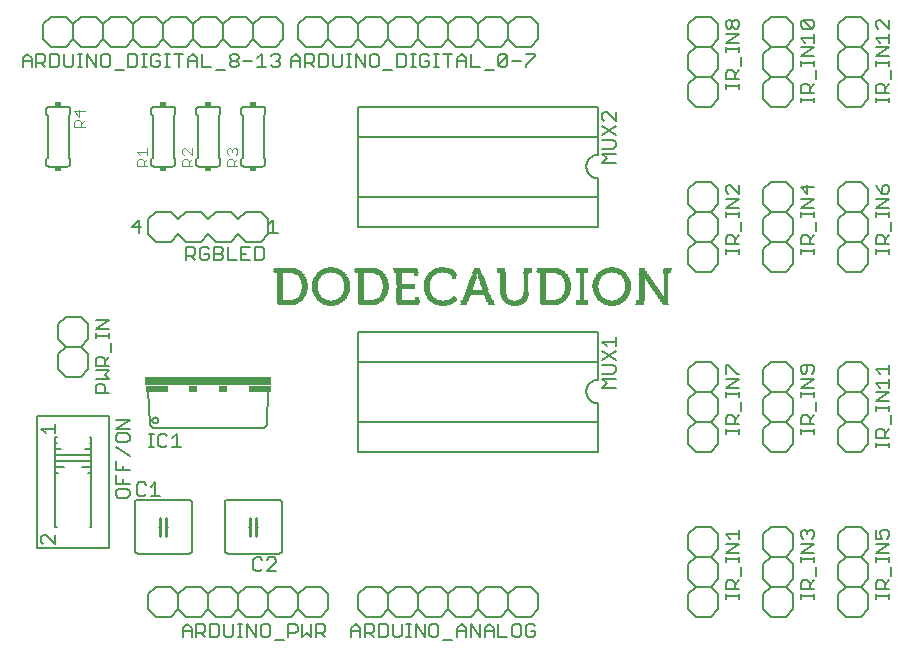
<source format=gtl>
G75*
G70*
%OFA0B0*%
%FSLAX24Y24*%
%IPPOS*%
%LPD*%
%AMOC8*
5,1,8,0,0,1.08239X$1,22.5*
%
%ADD10R,0.0110X0.0010*%
%ADD11R,0.0120X0.0010*%
%ADD12R,0.0250X0.0010*%
%ADD13R,0.0370X0.0010*%
%ADD14R,0.0330X0.0010*%
%ADD15R,0.0610X0.0010*%
%ADD16R,0.0340X0.0010*%
%ADD17R,0.0130X0.0010*%
%ADD18R,0.0320X0.0010*%
%ADD19R,0.0400X0.0010*%
%ADD20R,0.0200X0.0010*%
%ADD21R,0.0150X0.0010*%
%ADD22R,0.0480X0.0010*%
%ADD23R,0.0670X0.0010*%
%ADD24R,0.0410X0.0010*%
%ADD25R,0.0170X0.0010*%
%ADD26R,0.0380X0.0010*%
%ADD27R,0.0240X0.0010*%
%ADD28R,0.0160X0.0010*%
%ADD29R,0.0550X0.0010*%
%ADD30R,0.0460X0.0010*%
%ADD31R,0.0710X0.0010*%
%ADD32R,0.0470X0.0010*%
%ADD33R,0.0190X0.0010*%
%ADD34R,0.0430X0.0010*%
%ADD35R,0.0590X0.0010*%
%ADD36R,0.0510X0.0010*%
%ADD37R,0.0730X0.0010*%
%ADD38R,0.0520X0.0010*%
%ADD39R,0.0260X0.0010*%
%ADD40R,0.0630X0.0010*%
%ADD41R,0.0740X0.0010*%
%ADD42R,0.0560X0.0010*%
%ADD43R,0.0210X0.0010*%
%ADD44R,0.0270X0.0010*%
%ADD45R,0.0180X0.0010*%
%ADD46R,0.0660X0.0010*%
%ADD47R,0.0750X0.0010*%
%ADD48R,0.0600X0.0010*%
%ADD49R,0.0680X0.0010*%
%ADD50R,0.0640X0.0010*%
%ADD51R,0.0220X0.0010*%
%ADD52R,0.0580X0.0010*%
%ADD53R,0.0280X0.0010*%
%ADD54R,0.0700X0.0010*%
%ADD55R,0.0760X0.0010*%
%ADD56R,0.0690X0.0010*%
%ADD57R,0.0770X0.0010*%
%ADD58R,0.0230X0.0010*%
%ADD59R,0.0720X0.0010*%
%ADD60R,0.0650X0.0010*%
%ADD61R,0.0780X0.0010*%
%ADD62R,0.0790X0.0010*%
%ADD63R,0.0810X0.0010*%
%ADD64R,0.0800X0.0010*%
%ADD65R,0.0820X0.0010*%
%ADD66R,0.0840X0.0010*%
%ADD67R,0.0360X0.0010*%
%ADD68R,0.0290X0.0010*%
%ADD69R,0.0300X0.0010*%
%ADD70R,0.0310X0.0010*%
%ADD71R,0.0140X0.0010*%
%ADD72R,0.0100X0.0010*%
%ADD73R,0.0080X0.0010*%
%ADD74R,0.0060X0.0010*%
%ADD75R,0.0050X0.0010*%
%ADD76R,0.0350X0.0010*%
%ADD77R,0.0030X0.0010*%
%ADD78R,0.0920X0.0010*%
%ADD79R,0.0420X0.0010*%
%ADD80R,0.0830X0.0010*%
%ADD81R,0.0910X0.0010*%
%ADD82R,0.0900X0.0010*%
%ADD83R,0.0880X0.0010*%
%ADD84R,0.0870X0.0010*%
%ADD85R,0.0850X0.0010*%
%ADD86R,0.0620X0.0010*%
%ADD87R,0.0540X0.0010*%
%ADD88R,0.0490X0.0010*%
%ADD89R,0.0500X0.0010*%
%ADD90R,0.0440X0.0010*%
%ADD91R,0.0450X0.0010*%
%ADD92R,0.0390X0.0010*%
%ADD93C,0.0050*%
%ADD94C,0.0060*%
%ADD95C,0.0040*%
%ADD96R,0.0200X0.0150*%
%ADD97R,0.4200X0.0300*%
%ADD98R,0.0750X0.0200*%
%ADD99R,0.0300X0.0200*%
%ADD100C,0.0100*%
D10*
X012191Y011344D03*
X018311Y011344D03*
X021551Y011344D03*
D11*
X015916Y011344D03*
D12*
X015911Y011354D03*
X015551Y011574D03*
X015541Y011584D03*
X016641Y011504D03*
X017501Y011504D03*
X017501Y011494D03*
X018311Y011354D03*
X018771Y012574D03*
X017851Y012574D03*
X017071Y012504D03*
X017071Y012494D03*
X016231Y012414D03*
X015551Y012394D03*
X013851Y012384D03*
X012561Y012384D03*
X012541Y012394D03*
X011821Y012384D03*
X011811Y012374D03*
X011151Y012384D03*
X011821Y011574D03*
X012191Y011354D03*
X012551Y011574D03*
X019921Y012384D03*
X021171Y012374D03*
X021181Y012384D03*
X021901Y012394D03*
X021921Y012384D03*
X022581Y012454D03*
X022581Y012464D03*
X023421Y012574D03*
X023301Y011504D03*
X022471Y011384D03*
X021911Y011574D03*
X021551Y011354D03*
X021181Y011574D03*
D13*
X021311Y011504D03*
X019431Y011364D03*
X013361Y011364D03*
X011951Y011504D03*
X010661Y011364D03*
D14*
X011921Y011514D03*
X012191Y011364D03*
X012461Y011514D03*
X013761Y012434D03*
X015641Y011514D03*
X016201Y011514D03*
X018101Y011504D03*
X019831Y012434D03*
X021281Y011514D03*
X021551Y011364D03*
X021821Y011514D03*
X022621Y012344D03*
X023261Y011624D03*
X023261Y011614D03*
X011061Y012434D03*
D15*
X010591Y012584D03*
X013291Y012584D03*
X014761Y011364D03*
X019361Y012584D03*
D16*
X021286Y012444D03*
X021816Y012444D03*
X022626Y012334D03*
X023256Y011634D03*
X015916Y011364D03*
X015646Y012444D03*
X012456Y012444D03*
X011926Y012444D03*
D17*
X016291Y011604D03*
X016581Y011364D03*
X017561Y011364D03*
D18*
X018316Y011364D03*
X018526Y011504D03*
X019846Y011524D03*
X022616Y012354D03*
X022616Y012364D03*
X023266Y011604D03*
X016176Y012444D03*
X013776Y011524D03*
X011076Y011524D03*
D19*
X012186Y011374D03*
X011026Y012444D03*
X013726Y012444D03*
X019796Y012444D03*
X020546Y012454D03*
X020546Y012464D03*
X020546Y012474D03*
X020546Y012484D03*
X020546Y012494D03*
X020546Y012504D03*
X020546Y012514D03*
X020546Y012524D03*
X020546Y012534D03*
X020546Y012544D03*
X020546Y012554D03*
X020546Y012564D03*
X020546Y012574D03*
X020546Y012584D03*
X020546Y011504D03*
X020546Y011494D03*
X020546Y011484D03*
X020546Y011474D03*
X020546Y011464D03*
X020546Y011454D03*
X020546Y011444D03*
X020546Y011434D03*
X020546Y011424D03*
X020546Y011414D03*
X020546Y011404D03*
X020546Y011394D03*
X020546Y011384D03*
X020546Y011374D03*
X020546Y011364D03*
X021546Y011374D03*
D20*
X022006Y011684D03*
X022016Y011694D03*
X022016Y011704D03*
X022026Y011714D03*
X022036Y011734D03*
X022036Y012234D03*
X022026Y012254D03*
X022016Y012264D03*
X022006Y012284D03*
X021546Y012604D03*
X021096Y012284D03*
X021086Y012274D03*
X021086Y012264D03*
X021076Y012254D03*
X021066Y012234D03*
X021056Y012214D03*
X021076Y011714D03*
X021076Y011704D03*
X021086Y011694D03*
X021096Y011674D03*
X020016Y011674D03*
X020016Y011684D03*
X020006Y011664D03*
X020026Y012254D03*
X020016Y012274D03*
X020006Y012294D03*
X018646Y011604D03*
X018636Y011584D03*
X017976Y011604D03*
X017526Y011394D03*
X016666Y011514D03*
X016616Y011404D03*
X015456Y011694D03*
X015446Y011704D03*
X015446Y011714D03*
X015436Y011724D03*
X015436Y012244D03*
X015446Y012264D03*
X015456Y012284D03*
X015466Y012294D03*
X015906Y012604D03*
X016266Y012384D03*
X017066Y012564D03*
X013956Y012254D03*
X013946Y012274D03*
X013936Y012294D03*
X013946Y011684D03*
X013946Y011674D03*
X013936Y011664D03*
X012676Y011734D03*
X012666Y011714D03*
X012656Y011704D03*
X012656Y011694D03*
X012646Y011684D03*
X012676Y012234D03*
X012666Y012254D03*
X012656Y012264D03*
X012646Y012284D03*
X012186Y012604D03*
X011736Y012284D03*
X011726Y012274D03*
X011726Y012264D03*
X011716Y012254D03*
X011706Y012234D03*
X011696Y012214D03*
X011256Y012254D03*
X011246Y012274D03*
X011236Y012294D03*
X011716Y011714D03*
X011716Y011704D03*
X011726Y011694D03*
X011736Y011674D03*
X011246Y011674D03*
X011246Y011684D03*
X011236Y011664D03*
X022446Y011364D03*
X023056Y011814D03*
X023056Y011824D03*
X023046Y011834D03*
X023036Y011844D03*
X023026Y011864D03*
X023016Y011874D03*
X023006Y011894D03*
X022996Y011904D03*
X022986Y011914D03*
X022986Y011924D03*
X022976Y011934D03*
X022966Y011944D03*
X022956Y011964D03*
X022946Y011974D03*
X022936Y011984D03*
X022936Y011994D03*
X022926Y012004D03*
X022916Y012014D03*
X022916Y012024D03*
X022906Y012034D03*
X022896Y012044D03*
X022886Y012064D03*
X022876Y012074D03*
X022866Y012084D03*
X022856Y012104D03*
X022846Y012114D03*
X022846Y012124D03*
X022836Y012134D03*
X022826Y012144D03*
X022816Y012164D03*
X022806Y012174D03*
X022796Y012194D03*
X022786Y012204D03*
X022776Y012224D03*
X022766Y012234D03*
X022756Y012254D03*
X022556Y012534D03*
X023066Y011804D03*
X023076Y011794D03*
X023086Y011774D03*
X023096Y011764D03*
X023096Y011754D03*
X023106Y011744D03*
X023116Y011734D03*
X023126Y011714D03*
X023326Y011434D03*
D21*
X023351Y011364D03*
X023351Y011654D03*
X023351Y011664D03*
X017161Y012374D03*
X017151Y012404D03*
X016981Y012394D03*
X016981Y012384D03*
X016971Y012354D03*
X016291Y012294D03*
X016291Y012284D03*
X016291Y012274D03*
X016291Y012264D03*
X016291Y012254D03*
X016291Y012244D03*
X016291Y012234D03*
X015021Y012334D03*
X015021Y012344D03*
X015021Y012354D03*
X015021Y012364D03*
X015021Y012374D03*
X015021Y012384D03*
X015021Y012394D03*
X015021Y012404D03*
X015021Y012414D03*
X015021Y012424D03*
X015071Y011614D03*
X015071Y011604D03*
X015071Y011594D03*
X015071Y011584D03*
X015071Y011574D03*
X015071Y011564D03*
X015071Y011554D03*
X015071Y011544D03*
D22*
X013386Y011374D03*
X010686Y011374D03*
X019456Y011374D03*
D23*
X019391Y012574D03*
X015921Y012524D03*
X014761Y011374D03*
X013321Y012574D03*
X010621Y012574D03*
D24*
X011971Y012454D03*
X015911Y011374D03*
X021331Y012454D03*
D25*
X021011Y012054D03*
X021011Y012044D03*
X021011Y011924D03*
X021011Y011914D03*
X020081Y011884D03*
X020081Y012074D03*
X019251Y012074D03*
X019251Y012084D03*
X019251Y012094D03*
X019251Y012104D03*
X019251Y012114D03*
X019251Y012124D03*
X019251Y012134D03*
X019251Y012144D03*
X019251Y012154D03*
X019251Y012164D03*
X019251Y012174D03*
X019251Y012184D03*
X019251Y012194D03*
X019251Y012204D03*
X019251Y012214D03*
X019251Y012224D03*
X019251Y012234D03*
X019251Y012244D03*
X019251Y012254D03*
X019251Y012264D03*
X019251Y012274D03*
X019251Y012284D03*
X019251Y012294D03*
X019251Y012304D03*
X019251Y012314D03*
X019251Y012324D03*
X019251Y012334D03*
X019251Y012344D03*
X019251Y012354D03*
X019251Y012364D03*
X019251Y012374D03*
X019251Y012384D03*
X019251Y012394D03*
X019251Y012404D03*
X019251Y012414D03*
X019251Y012424D03*
X019251Y012434D03*
X019251Y012444D03*
X018701Y012434D03*
X018701Y012424D03*
X018701Y012414D03*
X019251Y012064D03*
X019251Y012054D03*
X019251Y012044D03*
X019251Y012034D03*
X019251Y012024D03*
X019251Y012014D03*
X019251Y012004D03*
X019251Y011994D03*
X019251Y011984D03*
X019251Y011974D03*
X019251Y011964D03*
X019251Y011954D03*
X019251Y011944D03*
X019251Y011934D03*
X019251Y011924D03*
X019251Y011914D03*
X019251Y011904D03*
X019251Y011894D03*
X019251Y011884D03*
X019251Y011874D03*
X019251Y011864D03*
X019251Y011854D03*
X019251Y011844D03*
X019251Y011834D03*
X019251Y011824D03*
X019251Y011814D03*
X019251Y011804D03*
X019251Y011794D03*
X019251Y011784D03*
X019251Y011774D03*
X019251Y011764D03*
X019251Y011754D03*
X019251Y011744D03*
X019251Y011734D03*
X019251Y011724D03*
X019251Y011714D03*
X019251Y011704D03*
X019251Y011694D03*
X019251Y011684D03*
X019251Y011674D03*
X019251Y011664D03*
X019251Y011654D03*
X019251Y011644D03*
X019251Y011634D03*
X019251Y011624D03*
X019251Y011614D03*
X019251Y011604D03*
X019251Y011594D03*
X019251Y011584D03*
X019251Y011574D03*
X019251Y011564D03*
X019251Y011554D03*
X019251Y011544D03*
X019251Y011534D03*
X018691Y011714D03*
X018691Y011724D03*
X018691Y011734D03*
X018691Y011744D03*
X018691Y011754D03*
X018691Y011764D03*
X018691Y011774D03*
X018691Y011784D03*
X018681Y011684D03*
X017941Y011694D03*
X017941Y011704D03*
X017931Y011724D03*
X017931Y011734D03*
X017931Y011744D03*
X017931Y011754D03*
X017931Y011764D03*
X017931Y011774D03*
X017931Y011784D03*
X017931Y011794D03*
X017931Y011804D03*
X017931Y011814D03*
X017931Y011824D03*
X017931Y011834D03*
X017931Y011844D03*
X017931Y011854D03*
X017931Y011864D03*
X017931Y011874D03*
X017931Y011884D03*
X017931Y011894D03*
X017931Y011904D03*
X017931Y011914D03*
X017931Y011924D03*
X017931Y011934D03*
X017931Y011944D03*
X017931Y011954D03*
X017931Y011964D03*
X017931Y011974D03*
X017931Y011984D03*
X017931Y011994D03*
X017931Y012004D03*
X017931Y012014D03*
X017931Y012024D03*
X017931Y012034D03*
X017931Y012044D03*
X017931Y012054D03*
X017931Y012064D03*
X017931Y012074D03*
X017931Y012084D03*
X017931Y012094D03*
X017931Y012104D03*
X017931Y012114D03*
X017931Y012124D03*
X017931Y012134D03*
X017931Y012144D03*
X017931Y012154D03*
X017931Y012164D03*
X017931Y012174D03*
X017931Y012184D03*
X017931Y012194D03*
X017931Y012204D03*
X017931Y012214D03*
X017931Y012224D03*
X017931Y012234D03*
X017931Y012244D03*
X017931Y012254D03*
X017931Y012264D03*
X017931Y012274D03*
X017931Y012284D03*
X017931Y012294D03*
X017931Y012304D03*
X017931Y012314D03*
X017931Y012324D03*
X017931Y012334D03*
X017931Y012344D03*
X017931Y012354D03*
X017931Y012364D03*
X017931Y012374D03*
X017931Y012384D03*
X017931Y012394D03*
X017931Y012404D03*
X017931Y012414D03*
X017931Y012424D03*
X017251Y012124D03*
X017251Y012114D03*
X017251Y012104D03*
X017261Y012094D03*
X017261Y012084D03*
X017261Y012074D03*
X017271Y012064D03*
X017271Y012054D03*
X017281Y012044D03*
X017281Y012034D03*
X017281Y012024D03*
X017291Y012014D03*
X017291Y012004D03*
X017291Y011994D03*
X017301Y011984D03*
X017301Y011974D03*
X017301Y011964D03*
X017311Y011954D03*
X017311Y011944D03*
X017321Y011924D03*
X017321Y011914D03*
X017331Y011904D03*
X017331Y011894D03*
X017331Y011884D03*
X017341Y011874D03*
X017341Y011864D03*
X017241Y012134D03*
X017241Y012144D03*
X017231Y012164D03*
X017231Y012174D03*
X017221Y012194D03*
X017221Y012204D03*
X017211Y012214D03*
X017211Y012224D03*
X017211Y012234D03*
X017201Y012244D03*
X017201Y012254D03*
X017191Y012274D03*
X017191Y012284D03*
X017181Y012314D03*
X016961Y012324D03*
X016951Y012294D03*
X016951Y012284D03*
X016941Y012264D03*
X016941Y012254D03*
X016931Y012244D03*
X016931Y012234D03*
X016931Y012224D03*
X016921Y012214D03*
X016921Y012204D03*
X016911Y012184D03*
X016911Y012174D03*
X016901Y012164D03*
X016901Y012154D03*
X016901Y012144D03*
X016891Y012134D03*
X016891Y012124D03*
X016891Y012114D03*
X016881Y012104D03*
X016881Y012094D03*
X016881Y012084D03*
X016871Y012074D03*
X016871Y012064D03*
X016861Y012054D03*
X016861Y012044D03*
X016861Y012034D03*
X016851Y012024D03*
X016851Y012014D03*
X016851Y012004D03*
X016841Y011994D03*
X016841Y011984D03*
X016831Y011964D03*
X016831Y011954D03*
X016821Y011934D03*
X016821Y011924D03*
X016811Y011914D03*
X016811Y011904D03*
X016811Y011894D03*
X016801Y011884D03*
X016801Y011874D03*
X016601Y011374D03*
X016281Y011584D03*
X016281Y012344D03*
X015381Y012064D03*
X015381Y012054D03*
X015381Y012044D03*
X015381Y011924D03*
X015381Y011914D03*
X015061Y011514D03*
X014461Y011534D03*
X014461Y011544D03*
X014461Y011554D03*
X014461Y011564D03*
X014461Y011574D03*
X014461Y011584D03*
X014461Y011594D03*
X014461Y011604D03*
X014461Y011614D03*
X014461Y011624D03*
X014461Y011634D03*
X014461Y011644D03*
X014461Y011654D03*
X014461Y011664D03*
X014461Y011674D03*
X014461Y011684D03*
X014461Y011694D03*
X014461Y011704D03*
X014461Y011714D03*
X014461Y011724D03*
X014461Y011734D03*
X014461Y011744D03*
X014461Y011754D03*
X014461Y011764D03*
X014461Y011774D03*
X014461Y011784D03*
X014461Y011794D03*
X014461Y011804D03*
X014461Y011814D03*
X014461Y011824D03*
X014461Y011834D03*
X014461Y011844D03*
X014461Y011854D03*
X014461Y011864D03*
X014461Y011874D03*
X014461Y011884D03*
X014461Y011894D03*
X014461Y011904D03*
X014461Y012054D03*
X014461Y012064D03*
X014461Y012074D03*
X014461Y012084D03*
X014461Y012094D03*
X014461Y012104D03*
X014461Y012114D03*
X014461Y012124D03*
X014461Y012134D03*
X014461Y012144D03*
X014461Y012154D03*
X014461Y012164D03*
X014461Y012174D03*
X014461Y012184D03*
X014461Y012194D03*
X014461Y012204D03*
X014461Y012214D03*
X014461Y012224D03*
X014461Y012234D03*
X014461Y012244D03*
X014461Y012254D03*
X014461Y012264D03*
X014461Y012274D03*
X014461Y012284D03*
X014461Y012294D03*
X014461Y012304D03*
X014461Y012314D03*
X014461Y012324D03*
X014461Y012334D03*
X014461Y012344D03*
X014461Y012354D03*
X014461Y012364D03*
X014461Y012374D03*
X014461Y012384D03*
X014461Y012394D03*
X014461Y012404D03*
X014461Y012414D03*
X014461Y012424D03*
X014461Y012434D03*
X014461Y012444D03*
X015011Y012444D03*
X014011Y012074D03*
X014011Y011884D03*
X013181Y011884D03*
X013181Y011894D03*
X013181Y011904D03*
X013181Y011914D03*
X013181Y011924D03*
X013181Y011934D03*
X013181Y011944D03*
X013181Y011954D03*
X013181Y011964D03*
X013181Y011974D03*
X013181Y011984D03*
X013181Y011994D03*
X013181Y012004D03*
X013181Y012014D03*
X013181Y012024D03*
X013181Y012034D03*
X013181Y012044D03*
X013181Y012054D03*
X013181Y012064D03*
X013181Y012074D03*
X013181Y012084D03*
X013181Y012094D03*
X013181Y012104D03*
X013181Y012114D03*
X013181Y012124D03*
X013181Y012134D03*
X013181Y012144D03*
X013181Y012154D03*
X013181Y012164D03*
X013181Y012174D03*
X013181Y012184D03*
X013181Y012194D03*
X013181Y012204D03*
X013181Y012214D03*
X013181Y012224D03*
X013181Y012234D03*
X013181Y012244D03*
X013181Y012254D03*
X013181Y012264D03*
X013181Y012274D03*
X013181Y012284D03*
X013181Y012294D03*
X013181Y012304D03*
X013181Y012314D03*
X013181Y012324D03*
X013181Y012334D03*
X013181Y012344D03*
X013181Y012354D03*
X013181Y012364D03*
X013181Y012374D03*
X013181Y012384D03*
X013181Y012394D03*
X013181Y012404D03*
X013181Y012414D03*
X013181Y012424D03*
X013181Y012434D03*
X013181Y012444D03*
X012731Y012034D03*
X012731Y012024D03*
X012731Y012014D03*
X012731Y012004D03*
X012731Y011994D03*
X012731Y011984D03*
X012731Y011974D03*
X012731Y011964D03*
X012731Y011954D03*
X012731Y011944D03*
X012731Y011934D03*
X013181Y011874D03*
X013181Y011864D03*
X013181Y011854D03*
X013181Y011844D03*
X013181Y011834D03*
X013181Y011824D03*
X013181Y011814D03*
X013181Y011804D03*
X013181Y011794D03*
X013181Y011784D03*
X013181Y011774D03*
X013181Y011764D03*
X013181Y011754D03*
X013181Y011744D03*
X013181Y011734D03*
X013181Y011724D03*
X013181Y011714D03*
X013181Y011704D03*
X013181Y011694D03*
X013181Y011684D03*
X013181Y011674D03*
X013181Y011664D03*
X013181Y011654D03*
X013181Y011644D03*
X013181Y011634D03*
X013181Y011624D03*
X013181Y011614D03*
X013181Y011604D03*
X013181Y011594D03*
X013181Y011584D03*
X013181Y011574D03*
X013181Y011564D03*
X013181Y011554D03*
X013181Y011544D03*
X013181Y011534D03*
X011651Y011914D03*
X011651Y011924D03*
X011651Y012044D03*
X011651Y012054D03*
X011311Y012074D03*
X011311Y011884D03*
X010481Y011884D03*
X010481Y011894D03*
X010481Y011904D03*
X010481Y011914D03*
X010481Y011924D03*
X010481Y011934D03*
X010481Y011944D03*
X010481Y011954D03*
X010481Y011964D03*
X010481Y011974D03*
X010481Y011984D03*
X010481Y011994D03*
X010481Y012004D03*
X010481Y012014D03*
X010481Y012024D03*
X010481Y012034D03*
X010481Y012044D03*
X010481Y012054D03*
X010481Y012064D03*
X010481Y012074D03*
X010481Y012084D03*
X010481Y012094D03*
X010481Y012104D03*
X010481Y012114D03*
X010481Y012124D03*
X010481Y012134D03*
X010481Y012144D03*
X010481Y012154D03*
X010481Y012164D03*
X010481Y012174D03*
X010481Y012184D03*
X010481Y012194D03*
X010481Y012204D03*
X010481Y012214D03*
X010481Y012224D03*
X010481Y012234D03*
X010481Y012244D03*
X010481Y012254D03*
X010481Y012264D03*
X010481Y012274D03*
X010481Y012284D03*
X010481Y012294D03*
X010481Y012304D03*
X010481Y012314D03*
X010481Y012324D03*
X010481Y012334D03*
X010481Y012344D03*
X010481Y012354D03*
X010481Y012364D03*
X010481Y012374D03*
X010481Y012384D03*
X010481Y012394D03*
X010481Y012404D03*
X010481Y012414D03*
X010481Y012424D03*
X010481Y012434D03*
X010481Y012444D03*
X010481Y011874D03*
X010481Y011864D03*
X010481Y011854D03*
X010481Y011844D03*
X010481Y011834D03*
X010481Y011824D03*
X010481Y011814D03*
X010481Y011804D03*
X010481Y011794D03*
X010481Y011784D03*
X010481Y011774D03*
X010481Y011764D03*
X010481Y011754D03*
X010481Y011744D03*
X010481Y011734D03*
X010481Y011724D03*
X010481Y011714D03*
X010481Y011704D03*
X010481Y011694D03*
X010481Y011684D03*
X010481Y011674D03*
X010481Y011664D03*
X010481Y011654D03*
X010481Y011644D03*
X010481Y011634D03*
X010481Y011624D03*
X010481Y011614D03*
X010481Y011604D03*
X010481Y011594D03*
X010481Y011584D03*
X010481Y011574D03*
X010481Y011564D03*
X010481Y011554D03*
X010481Y011544D03*
X010481Y011534D03*
X017541Y011374D03*
X022091Y011934D03*
X022091Y011944D03*
X022091Y011954D03*
X022091Y011964D03*
X022091Y011974D03*
X022091Y011984D03*
X022091Y011994D03*
X022091Y012004D03*
X022091Y012014D03*
X022091Y012024D03*
X022091Y012034D03*
X022541Y012034D03*
X022541Y012044D03*
X022541Y012054D03*
X022541Y012064D03*
X022541Y012074D03*
X022541Y012084D03*
X022541Y012094D03*
X022541Y012104D03*
X022541Y012114D03*
X022541Y012124D03*
X022541Y012134D03*
X022541Y012144D03*
X022541Y012154D03*
X022541Y012164D03*
X022541Y012174D03*
X022541Y012184D03*
X022541Y012194D03*
X022541Y012204D03*
X022541Y012214D03*
X022541Y012224D03*
X022541Y012234D03*
X022541Y012244D03*
X022541Y012254D03*
X022541Y012264D03*
X022541Y012274D03*
X022541Y012024D03*
X022541Y012014D03*
X022541Y012004D03*
X022541Y011994D03*
X022541Y011984D03*
X022541Y011974D03*
X022541Y011964D03*
X022541Y011954D03*
X022541Y011944D03*
X022541Y011934D03*
X022541Y011924D03*
X022541Y011914D03*
X022541Y011904D03*
X022541Y011894D03*
X022541Y011884D03*
X022541Y011874D03*
X022541Y011864D03*
X022541Y011854D03*
X022541Y011844D03*
X022541Y011834D03*
X022541Y011824D03*
X022541Y011814D03*
X022541Y011804D03*
X022541Y011794D03*
X022541Y011784D03*
X022541Y011774D03*
X022541Y011764D03*
X022541Y011754D03*
X022541Y011744D03*
X022541Y011734D03*
X022541Y011724D03*
X022541Y011714D03*
X022541Y011704D03*
X022541Y011694D03*
X022541Y011684D03*
X022541Y011674D03*
X022541Y011664D03*
X022541Y011654D03*
X022541Y011644D03*
X022541Y011634D03*
X022541Y011624D03*
X022541Y011614D03*
X022541Y011604D03*
X022541Y011594D03*
X022541Y011584D03*
X022541Y011574D03*
X022541Y011564D03*
X022541Y011554D03*
X022541Y011544D03*
X022541Y011534D03*
X022541Y011524D03*
X023341Y011394D03*
X023351Y012414D03*
X023351Y012424D03*
X023351Y012434D03*
X022541Y012574D03*
D26*
X021546Y012584D03*
X021786Y011504D03*
X018316Y011374D03*
X016166Y011504D03*
X015676Y011504D03*
X012426Y011504D03*
X012186Y012584D03*
D27*
X012566Y012374D03*
X012576Y012364D03*
X012586Y011604D03*
X012576Y011594D03*
X012566Y011584D03*
X011816Y011584D03*
X011166Y011584D03*
X011156Y011574D03*
X011176Y012364D03*
X011166Y012374D03*
X013866Y012374D03*
X013876Y012364D03*
X013866Y011584D03*
X013856Y011574D03*
X015526Y011594D03*
X016266Y011554D03*
X016636Y011494D03*
X016636Y011484D03*
X016636Y011474D03*
X017506Y011474D03*
X017506Y011484D03*
X018036Y011534D03*
X018586Y011534D03*
X017066Y012514D03*
X015546Y012384D03*
X019936Y012374D03*
X019946Y012364D03*
X019936Y011584D03*
X019926Y011574D03*
X021176Y011584D03*
X021926Y011584D03*
X021936Y011594D03*
X021946Y011604D03*
X022466Y011374D03*
X023306Y011494D03*
X022576Y012474D03*
X021936Y012364D03*
X021926Y012374D03*
D28*
X022536Y012304D03*
X022536Y012294D03*
X022536Y012284D03*
X022536Y012584D03*
X023346Y012404D03*
X023346Y012394D03*
X023346Y012384D03*
X023346Y012374D03*
X023346Y012364D03*
X023346Y012354D03*
X023346Y012344D03*
X023346Y012334D03*
X023346Y012324D03*
X023346Y012314D03*
X023346Y012304D03*
X023346Y012294D03*
X023346Y012284D03*
X023346Y012274D03*
X023346Y012264D03*
X023346Y012254D03*
X023346Y012244D03*
X023346Y012234D03*
X023346Y012224D03*
X023346Y012214D03*
X023346Y012204D03*
X023346Y012194D03*
X023346Y012184D03*
X023346Y012174D03*
X023346Y012164D03*
X023346Y012154D03*
X023346Y012144D03*
X023346Y012134D03*
X023346Y012124D03*
X023346Y012114D03*
X023346Y012104D03*
X023346Y012094D03*
X023346Y012084D03*
X023346Y012074D03*
X023346Y012064D03*
X023346Y012054D03*
X023346Y012044D03*
X023346Y012034D03*
X023346Y012024D03*
X023346Y012014D03*
X023346Y012004D03*
X023346Y011994D03*
X023346Y011984D03*
X023346Y011974D03*
X023346Y011964D03*
X023346Y011954D03*
X023346Y011944D03*
X023346Y011934D03*
X023346Y011924D03*
X023346Y011914D03*
X023346Y011904D03*
X023346Y011894D03*
X023346Y011884D03*
X023346Y011874D03*
X023346Y011864D03*
X023346Y011854D03*
X023346Y011844D03*
X023346Y011834D03*
X023346Y011824D03*
X023346Y011814D03*
X023346Y011804D03*
X023346Y011794D03*
X023346Y011784D03*
X023346Y011774D03*
X023346Y011764D03*
X023346Y011754D03*
X023346Y011744D03*
X023346Y011734D03*
X023346Y011724D03*
X023346Y011714D03*
X023346Y011704D03*
X023346Y011694D03*
X023346Y011684D03*
X023346Y011674D03*
X023346Y011384D03*
X023346Y011374D03*
X020546Y011514D03*
X020546Y011524D03*
X020546Y011534D03*
X020546Y011544D03*
X020546Y011554D03*
X020546Y011564D03*
X020546Y011574D03*
X020546Y011584D03*
X020546Y011594D03*
X020546Y011604D03*
X020546Y011614D03*
X020546Y011624D03*
X020546Y011634D03*
X020546Y011644D03*
X020546Y011654D03*
X020546Y011664D03*
X020546Y011674D03*
X020546Y011684D03*
X020546Y011694D03*
X020546Y011704D03*
X020546Y011714D03*
X020546Y011724D03*
X020546Y011734D03*
X020546Y011744D03*
X020546Y011754D03*
X020546Y011764D03*
X020546Y011774D03*
X020546Y011784D03*
X020546Y011794D03*
X020546Y011804D03*
X020546Y011814D03*
X020546Y011824D03*
X020546Y011834D03*
X020546Y011844D03*
X020546Y011854D03*
X020546Y011864D03*
X020546Y011874D03*
X020546Y011884D03*
X020546Y011894D03*
X020546Y011904D03*
X020546Y011914D03*
X020546Y011924D03*
X020546Y011934D03*
X020546Y011944D03*
X020546Y011954D03*
X020546Y011964D03*
X020546Y011974D03*
X020546Y011984D03*
X020546Y011994D03*
X020546Y012004D03*
X020546Y012014D03*
X020546Y012024D03*
X020546Y012034D03*
X020546Y012044D03*
X020546Y012054D03*
X020546Y012064D03*
X020546Y012074D03*
X020546Y012084D03*
X020546Y012094D03*
X020546Y012104D03*
X020546Y012114D03*
X020546Y012124D03*
X020546Y012134D03*
X020546Y012144D03*
X020546Y012154D03*
X020546Y012164D03*
X020546Y012174D03*
X020546Y012184D03*
X020546Y012194D03*
X020546Y012204D03*
X020546Y012214D03*
X020546Y012224D03*
X020546Y012234D03*
X020546Y012244D03*
X020546Y012254D03*
X020546Y012264D03*
X020546Y012274D03*
X020546Y012284D03*
X020546Y012294D03*
X020546Y012304D03*
X020546Y012314D03*
X020546Y012324D03*
X020546Y012334D03*
X020546Y012344D03*
X020546Y012354D03*
X020546Y012364D03*
X020546Y012374D03*
X020546Y012384D03*
X020546Y012394D03*
X020546Y012404D03*
X020546Y012414D03*
X020546Y012424D03*
X020546Y012434D03*
X020546Y012444D03*
X018696Y012404D03*
X018696Y012394D03*
X018696Y012384D03*
X018696Y012374D03*
X018696Y012364D03*
X018696Y012354D03*
X018696Y012344D03*
X018696Y012334D03*
X018696Y012324D03*
X018696Y012314D03*
X018696Y012304D03*
X018696Y012294D03*
X018696Y012284D03*
X018696Y012274D03*
X018696Y012264D03*
X018696Y012254D03*
X018696Y012244D03*
X018696Y012234D03*
X018696Y012224D03*
X018696Y012214D03*
X018696Y012204D03*
X018696Y012194D03*
X018696Y012184D03*
X018696Y012174D03*
X018696Y012164D03*
X018696Y012154D03*
X018696Y012144D03*
X018696Y012134D03*
X018696Y012124D03*
X018696Y012114D03*
X018696Y012104D03*
X018696Y012094D03*
X018696Y012084D03*
X018696Y012074D03*
X018696Y012064D03*
X018696Y012054D03*
X018696Y012044D03*
X018696Y012034D03*
X018696Y012024D03*
X018696Y012014D03*
X018696Y012004D03*
X018696Y011994D03*
X018696Y011984D03*
X018696Y011974D03*
X018696Y011964D03*
X018696Y011954D03*
X018696Y011944D03*
X018696Y011934D03*
X018696Y011924D03*
X018696Y011914D03*
X018696Y011904D03*
X018696Y011894D03*
X018696Y011884D03*
X018696Y011874D03*
X018696Y011864D03*
X018696Y011854D03*
X018696Y011844D03*
X018696Y011834D03*
X018696Y011824D03*
X018696Y011814D03*
X018696Y011804D03*
X018696Y011794D03*
X017236Y012154D03*
X017226Y012184D03*
X017196Y012264D03*
X017186Y012294D03*
X017186Y012304D03*
X017176Y012324D03*
X017176Y012334D03*
X017166Y012344D03*
X017166Y012354D03*
X017166Y012364D03*
X017156Y012384D03*
X017156Y012394D03*
X016986Y012404D03*
X016976Y012374D03*
X016976Y012364D03*
X016966Y012344D03*
X016966Y012334D03*
X016956Y012314D03*
X016956Y012304D03*
X016946Y012274D03*
X016916Y012194D03*
X016286Y012304D03*
X016286Y012314D03*
X016286Y012324D03*
X016286Y012334D03*
X015016Y012434D03*
X015066Y011534D03*
X015066Y011524D03*
D29*
X013401Y011384D03*
X012191Y011404D03*
X010701Y011384D03*
X018311Y011414D03*
X019471Y011384D03*
X021551Y011404D03*
D30*
X021546Y011384D03*
X012186Y011384D03*
D31*
X013341Y012564D03*
X014761Y011384D03*
X015921Y011444D03*
X018311Y011484D03*
X019411Y012564D03*
X010641Y012564D03*
D32*
X015911Y011384D03*
X018311Y011394D03*
D33*
X017981Y011594D03*
X017971Y011614D03*
X017961Y011634D03*
X017531Y011384D03*
X017471Y011514D03*
X017461Y011524D03*
X017451Y011554D03*
X017441Y011574D03*
X017441Y011584D03*
X017431Y011604D03*
X017421Y011634D03*
X017411Y011664D03*
X017391Y011714D03*
X016741Y011694D03*
X016731Y011674D03*
X016731Y011664D03*
X016721Y011644D03*
X016711Y011614D03*
X016701Y011594D03*
X016701Y011584D03*
X016691Y011564D03*
X016681Y011534D03*
X016671Y011524D03*
X016611Y011394D03*
X016611Y011384D03*
X016281Y011574D03*
X015431Y011734D03*
X015431Y011744D03*
X015421Y011754D03*
X015421Y011764D03*
X015411Y011774D03*
X015411Y011784D03*
X015411Y011794D03*
X015401Y011814D03*
X015391Y011854D03*
X015411Y012184D03*
X015411Y012194D03*
X015421Y012204D03*
X015421Y012214D03*
X015431Y012234D03*
X015441Y012254D03*
X015451Y012274D03*
X016271Y012374D03*
X017071Y012574D03*
X017071Y012584D03*
X017921Y012444D03*
X018711Y012444D03*
X018671Y011654D03*
X018661Y011634D03*
X018661Y011624D03*
X018651Y011614D03*
X018641Y011594D03*
X019261Y011514D03*
X020021Y011694D03*
X020031Y011704D03*
X020031Y011714D03*
X020041Y011724D03*
X020041Y011734D03*
X020051Y011754D03*
X020061Y011784D03*
X020071Y011824D03*
X020071Y012134D03*
X020061Y012174D03*
X020051Y012194D03*
X020051Y012204D03*
X020041Y012224D03*
X020041Y012234D03*
X020031Y012244D03*
X020021Y012264D03*
X021031Y012154D03*
X021031Y012144D03*
X021041Y012174D03*
X021041Y012184D03*
X021051Y012204D03*
X021061Y012224D03*
X021071Y012244D03*
X021031Y011814D03*
X021041Y011794D03*
X021041Y011784D03*
X021051Y011764D03*
X021051Y011754D03*
X021061Y011744D03*
X021061Y011734D03*
X021071Y011724D03*
X022031Y011724D03*
X022041Y011744D03*
X022041Y011754D03*
X022051Y011764D03*
X022051Y011774D03*
X022061Y011794D03*
X022071Y011824D03*
X022071Y012144D03*
X022061Y012174D03*
X022051Y012194D03*
X022051Y012204D03*
X022041Y012214D03*
X022041Y012224D03*
X022031Y012244D03*
X022551Y012544D03*
X022721Y012304D03*
X022731Y012294D03*
X022741Y012274D03*
X022751Y012264D03*
X022761Y012244D03*
X022781Y012214D03*
X022801Y012184D03*
X023361Y012444D03*
X023081Y011784D03*
X023121Y011724D03*
X023131Y011704D03*
X023141Y011694D03*
X023151Y011684D03*
X023151Y011674D03*
X023161Y011664D03*
X023331Y011424D03*
X023331Y011414D03*
X014471Y011514D03*
X013971Y011724D03*
X013971Y011734D03*
X013981Y011754D03*
X013991Y011784D03*
X014001Y011824D03*
X013961Y011714D03*
X013961Y011704D03*
X013951Y011694D03*
X014001Y012134D03*
X013991Y012174D03*
X013981Y012194D03*
X013981Y012204D03*
X013971Y012224D03*
X013971Y012234D03*
X013961Y012244D03*
X013951Y012264D03*
X013191Y011514D03*
X012691Y011764D03*
X012691Y011774D03*
X012701Y011794D03*
X012711Y011824D03*
X012681Y011754D03*
X012681Y011744D03*
X012671Y011724D03*
X012711Y012144D03*
X012701Y012174D03*
X012691Y012194D03*
X012691Y012204D03*
X012681Y012214D03*
X012681Y012224D03*
X012671Y012244D03*
X011711Y012244D03*
X011701Y012224D03*
X011691Y012204D03*
X011681Y012184D03*
X011681Y012174D03*
X011671Y012154D03*
X011671Y012144D03*
X011671Y011814D03*
X011681Y011794D03*
X011681Y011784D03*
X011691Y011764D03*
X011691Y011754D03*
X011701Y011744D03*
X011701Y011734D03*
X011711Y011724D03*
X011301Y011824D03*
X011291Y011784D03*
X011281Y011754D03*
X011271Y011734D03*
X011271Y011724D03*
X011261Y011714D03*
X011261Y011704D03*
X011251Y011694D03*
X011301Y012134D03*
X011291Y012174D03*
X011281Y012194D03*
X011281Y012204D03*
X011271Y012224D03*
X011271Y012234D03*
X011261Y012244D03*
X011251Y012264D03*
X010491Y011514D03*
D34*
X018311Y011384D03*
D35*
X019481Y011394D03*
X021551Y011414D03*
X013411Y011394D03*
X012191Y011414D03*
X010711Y011394D03*
D36*
X012191Y011394D03*
X018311Y011404D03*
X021551Y011394D03*
D37*
X019531Y011444D03*
X018311Y011494D03*
X017071Y011844D03*
X017071Y011854D03*
X014761Y011394D03*
X013461Y011444D03*
X010761Y011444D03*
D38*
X015916Y011394D03*
D39*
X015566Y011564D03*
X015566Y012404D03*
X016216Y012424D03*
X017066Y012484D03*
X017856Y012564D03*
X018766Y012564D03*
X018576Y011524D03*
X018056Y011524D03*
X019916Y011564D03*
X019906Y012394D03*
X021196Y012394D03*
X021196Y011564D03*
X021206Y011554D03*
X021886Y011554D03*
X021906Y011564D03*
X022476Y011394D03*
X023296Y011514D03*
X023296Y011524D03*
X023416Y012564D03*
X022586Y012444D03*
X013836Y012394D03*
X013846Y011564D03*
X012546Y011564D03*
X012526Y011554D03*
X011846Y011554D03*
X011836Y011564D03*
X011146Y011564D03*
X011136Y012394D03*
X011836Y012394D03*
D40*
X012191Y011424D03*
X013431Y011404D03*
X010731Y011404D03*
X018311Y011444D03*
X019501Y011404D03*
X021551Y011424D03*
D41*
X019426Y012554D03*
X017066Y011834D03*
X015916Y011454D03*
X014766Y011404D03*
X015916Y012504D03*
X013356Y012554D03*
X010656Y012554D03*
D42*
X015916Y012554D03*
X015916Y011404D03*
D43*
X015481Y011654D03*
X015471Y011664D03*
X015461Y011674D03*
X015461Y011684D03*
X015471Y012304D03*
X015481Y012314D03*
X016251Y012394D03*
X017071Y012544D03*
X017071Y012554D03*
X017991Y011584D03*
X018001Y011574D03*
X017521Y011414D03*
X017521Y011404D03*
X016621Y011414D03*
X018631Y011574D03*
X019981Y011634D03*
X019991Y011644D03*
X020001Y011654D03*
X020011Y012284D03*
X020001Y012304D03*
X019991Y012314D03*
X019981Y012324D03*
X021101Y012294D03*
X021111Y012304D03*
X021091Y011684D03*
X021101Y011664D03*
X021111Y011654D03*
X021121Y011644D03*
X021971Y011634D03*
X021981Y011644D03*
X021991Y011654D03*
X021991Y011664D03*
X022001Y011674D03*
X022011Y012274D03*
X022001Y012294D03*
X021991Y012304D03*
X021981Y012314D03*
X022561Y012514D03*
X022561Y012524D03*
X022821Y012154D03*
X022861Y012094D03*
X022891Y012054D03*
X022961Y011954D03*
X023011Y011884D03*
X023031Y011854D03*
X023321Y011454D03*
X023321Y011444D03*
X013931Y011654D03*
X013921Y011644D03*
X013911Y011634D03*
X013941Y012284D03*
X013931Y012304D03*
X013921Y012314D03*
X013911Y012324D03*
X012651Y012274D03*
X012641Y012294D03*
X012631Y012304D03*
X012621Y012314D03*
X011751Y012304D03*
X011741Y012294D03*
X011241Y012284D03*
X011231Y012304D03*
X011221Y012314D03*
X011211Y012324D03*
X011231Y011654D03*
X011221Y011644D03*
X011211Y011634D03*
X011731Y011684D03*
X011741Y011664D03*
X011751Y011654D03*
X011761Y011644D03*
X012611Y011634D03*
X012621Y011644D03*
X012631Y011654D03*
X012631Y011664D03*
X012641Y011674D03*
D44*
X011861Y011544D03*
X011131Y011554D03*
X011851Y012404D03*
X012531Y012404D03*
X013831Y011554D03*
X015571Y011554D03*
X016261Y011544D03*
X015581Y012414D03*
X017071Y012464D03*
X017071Y012474D03*
X017861Y012554D03*
X018761Y012554D03*
X018761Y012544D03*
X019901Y011554D03*
X021221Y011544D03*
X021211Y012404D03*
X021891Y012404D03*
X022591Y012434D03*
X023411Y012544D03*
X023411Y012554D03*
X023291Y011534D03*
X022481Y011414D03*
X022481Y011404D03*
D45*
X022536Y011514D03*
X022056Y011784D03*
X022066Y011804D03*
X022066Y011814D03*
X022076Y011834D03*
X022076Y011844D03*
X022076Y011854D03*
X022076Y011864D03*
X022086Y011874D03*
X022086Y011884D03*
X022086Y011894D03*
X022086Y011904D03*
X022086Y011914D03*
X022086Y011924D03*
X022086Y012044D03*
X022086Y012054D03*
X022086Y012064D03*
X022086Y012074D03*
X022086Y012084D03*
X022086Y012094D03*
X022076Y012104D03*
X022076Y012114D03*
X022076Y012124D03*
X022076Y012134D03*
X022066Y012154D03*
X022066Y012164D03*
X022056Y012184D03*
X022546Y012554D03*
X022546Y012564D03*
X022736Y012284D03*
X023166Y011654D03*
X023336Y011404D03*
X021046Y011774D03*
X021036Y011804D03*
X021026Y011824D03*
X021026Y011834D03*
X021026Y011844D03*
X021026Y011854D03*
X021016Y011864D03*
X021016Y011874D03*
X021016Y011884D03*
X021016Y011894D03*
X021016Y011904D03*
X021006Y011934D03*
X021006Y011944D03*
X021006Y011954D03*
X021006Y011964D03*
X021006Y011974D03*
X021006Y011984D03*
X021006Y011994D03*
X021006Y012004D03*
X021006Y012014D03*
X021006Y012024D03*
X021006Y012034D03*
X021016Y012064D03*
X021016Y012074D03*
X021016Y012084D03*
X021016Y012094D03*
X021016Y012104D03*
X021026Y012114D03*
X021026Y012124D03*
X021026Y012134D03*
X021036Y012164D03*
X021046Y012194D03*
X020086Y012064D03*
X020086Y012054D03*
X020086Y012044D03*
X020086Y012034D03*
X020086Y012024D03*
X020086Y012014D03*
X020086Y012004D03*
X020086Y011994D03*
X020086Y011984D03*
X020086Y011974D03*
X020086Y011964D03*
X020086Y011954D03*
X020086Y011944D03*
X020086Y011934D03*
X020086Y011924D03*
X020086Y011914D03*
X020086Y011904D03*
X020086Y011894D03*
X020076Y011874D03*
X020076Y011864D03*
X020076Y011854D03*
X020076Y011844D03*
X020076Y011834D03*
X020066Y011814D03*
X020066Y011804D03*
X020066Y011794D03*
X020056Y011774D03*
X020056Y011764D03*
X020046Y011744D03*
X020076Y012084D03*
X020076Y012094D03*
X020076Y012104D03*
X020076Y012114D03*
X020076Y012124D03*
X020066Y012144D03*
X020066Y012154D03*
X020066Y012164D03*
X020056Y012184D03*
X020046Y012214D03*
X019256Y011524D03*
X018686Y011694D03*
X018686Y011704D03*
X018676Y011674D03*
X018676Y011664D03*
X018666Y011644D03*
X017966Y011624D03*
X017956Y011644D03*
X017956Y011654D03*
X017946Y011664D03*
X017946Y011674D03*
X017946Y011684D03*
X017936Y011714D03*
X017456Y011544D03*
X017456Y011534D03*
X017446Y011564D03*
X017436Y011594D03*
X017426Y011614D03*
X017426Y011624D03*
X017416Y011644D03*
X017416Y011654D03*
X017406Y011674D03*
X017406Y011684D03*
X017396Y011694D03*
X017396Y011704D03*
X017316Y011934D03*
X016836Y011974D03*
X016826Y011944D03*
X016796Y011864D03*
X016746Y011714D03*
X016746Y011704D03*
X016736Y011684D03*
X016726Y011654D03*
X016716Y011634D03*
X016716Y011624D03*
X016706Y011604D03*
X016696Y011574D03*
X016686Y011554D03*
X016686Y011544D03*
X016276Y012354D03*
X016276Y012364D03*
X015426Y012224D03*
X015406Y012174D03*
X015406Y012164D03*
X015396Y012154D03*
X015396Y012144D03*
X015396Y012134D03*
X015396Y012124D03*
X015386Y012114D03*
X015386Y012104D03*
X015386Y012094D03*
X015386Y012084D03*
X015386Y012074D03*
X015376Y012034D03*
X015376Y012024D03*
X015376Y012014D03*
X015376Y012004D03*
X015376Y011994D03*
X015376Y011984D03*
X015376Y011974D03*
X015376Y011964D03*
X015376Y011954D03*
X015376Y011944D03*
X015376Y011934D03*
X015386Y011904D03*
X015386Y011894D03*
X015386Y011884D03*
X015386Y011874D03*
X015386Y011864D03*
X015396Y011844D03*
X015396Y011834D03*
X015396Y011824D03*
X015406Y011804D03*
X014466Y011524D03*
X013986Y011764D03*
X013986Y011774D03*
X013996Y011794D03*
X013996Y011804D03*
X013996Y011814D03*
X014006Y011834D03*
X014006Y011844D03*
X014006Y011854D03*
X014006Y011864D03*
X014006Y011874D03*
X014016Y011894D03*
X014016Y011904D03*
X014016Y011914D03*
X014016Y011924D03*
X014016Y011934D03*
X014016Y011944D03*
X014016Y011954D03*
X014016Y011964D03*
X014016Y011974D03*
X014016Y011984D03*
X014016Y011994D03*
X014016Y012004D03*
X014016Y012014D03*
X014016Y012024D03*
X014016Y012034D03*
X014016Y012044D03*
X014016Y012054D03*
X014016Y012064D03*
X014006Y012084D03*
X014006Y012094D03*
X014006Y012104D03*
X014006Y012114D03*
X014006Y012124D03*
X013996Y012144D03*
X013996Y012154D03*
X013996Y012164D03*
X013986Y012184D03*
X013976Y012214D03*
X013976Y011744D03*
X013186Y011524D03*
X012696Y011784D03*
X012706Y011804D03*
X012706Y011814D03*
X012716Y011834D03*
X012716Y011844D03*
X012716Y011854D03*
X012716Y011864D03*
X012726Y011874D03*
X012726Y011884D03*
X012726Y011894D03*
X012726Y011904D03*
X012726Y011914D03*
X012726Y011924D03*
X012726Y012044D03*
X012726Y012054D03*
X012726Y012064D03*
X012726Y012074D03*
X012726Y012084D03*
X012726Y012094D03*
X012716Y012104D03*
X012716Y012114D03*
X012716Y012124D03*
X012716Y012134D03*
X012706Y012154D03*
X012706Y012164D03*
X012696Y012184D03*
X011686Y012194D03*
X011676Y012164D03*
X011666Y012134D03*
X011666Y012124D03*
X011666Y012114D03*
X011656Y012104D03*
X011656Y012094D03*
X011656Y012084D03*
X011656Y012074D03*
X011656Y012064D03*
X011646Y012034D03*
X011646Y012024D03*
X011646Y012014D03*
X011646Y012004D03*
X011646Y011994D03*
X011646Y011984D03*
X011646Y011974D03*
X011646Y011964D03*
X011646Y011954D03*
X011646Y011944D03*
X011646Y011934D03*
X011656Y011904D03*
X011656Y011894D03*
X011656Y011884D03*
X011656Y011874D03*
X011656Y011864D03*
X011666Y011854D03*
X011666Y011844D03*
X011666Y011834D03*
X011666Y011824D03*
X011676Y011804D03*
X011686Y011774D03*
X011306Y011834D03*
X011306Y011844D03*
X011306Y011854D03*
X011306Y011864D03*
X011306Y011874D03*
X011316Y011894D03*
X011316Y011904D03*
X011316Y011914D03*
X011316Y011924D03*
X011316Y011934D03*
X011316Y011944D03*
X011316Y011954D03*
X011316Y011964D03*
X011316Y011974D03*
X011316Y011984D03*
X011316Y011994D03*
X011316Y012004D03*
X011316Y012014D03*
X011316Y012024D03*
X011316Y012034D03*
X011316Y012044D03*
X011316Y012054D03*
X011316Y012064D03*
X011306Y012084D03*
X011306Y012094D03*
X011306Y012104D03*
X011306Y012114D03*
X011306Y012124D03*
X011296Y012144D03*
X011296Y012154D03*
X011296Y012164D03*
X011286Y012184D03*
X011276Y012214D03*
X011296Y011814D03*
X011296Y011804D03*
X011296Y011794D03*
X011286Y011774D03*
X011286Y011764D03*
X011276Y011744D03*
X010486Y011524D03*
X017926Y012434D03*
D46*
X019506Y011414D03*
X021546Y011434D03*
X013436Y011414D03*
X012186Y011434D03*
X010736Y011414D03*
D47*
X010771Y011454D03*
X012191Y011464D03*
X013471Y011454D03*
X014761Y011424D03*
X014761Y011414D03*
X017071Y011814D03*
X017071Y011824D03*
X019541Y011454D03*
X021551Y011464D03*
X021551Y012494D03*
X012191Y012494D03*
D48*
X014676Y012044D03*
X014676Y012034D03*
X014676Y012024D03*
X014676Y012014D03*
X014676Y012004D03*
X014676Y011994D03*
X014676Y011984D03*
X014676Y011974D03*
X014676Y011964D03*
X014676Y011954D03*
X014676Y011944D03*
X014676Y011934D03*
X014676Y011924D03*
X014676Y011914D03*
X015916Y011414D03*
X015916Y012544D03*
X018316Y011434D03*
D49*
X018316Y011464D03*
X019516Y011424D03*
X015916Y011434D03*
X013446Y011424D03*
X010746Y011424D03*
D50*
X015916Y011424D03*
X015916Y012534D03*
D51*
X015506Y012344D03*
X015496Y012334D03*
X015486Y012324D03*
X015486Y011644D03*
X015496Y011634D03*
X016276Y011564D03*
X016626Y011444D03*
X016626Y011434D03*
X016626Y011424D03*
X017516Y011424D03*
X017516Y011434D03*
X018006Y011564D03*
X018016Y011554D03*
X018606Y011554D03*
X018616Y011564D03*
X017066Y012534D03*
X019966Y012344D03*
X019976Y012334D03*
X019976Y011624D03*
X019966Y011614D03*
X021126Y011634D03*
X021136Y011624D03*
X021116Y012314D03*
X021126Y012324D03*
X021136Y012334D03*
X021966Y012334D03*
X021976Y012324D03*
X022566Y012504D03*
X021966Y011624D03*
X021956Y011614D03*
X023316Y011464D03*
X013906Y011624D03*
X013896Y011614D03*
X013906Y012334D03*
X013896Y012344D03*
X012616Y012324D03*
X012606Y012334D03*
X011776Y012334D03*
X011766Y012324D03*
X011756Y012314D03*
X011206Y012334D03*
X011196Y012344D03*
X011206Y011624D03*
X011196Y011614D03*
X011766Y011634D03*
X011776Y011624D03*
X012596Y011614D03*
X012606Y011624D03*
D52*
X012186Y012544D03*
X018316Y011424D03*
X021546Y012544D03*
D53*
X021226Y012414D03*
X021876Y012414D03*
X022596Y012414D03*
X022596Y012424D03*
X023406Y012454D03*
X023406Y012464D03*
X023406Y012474D03*
X023406Y012484D03*
X023406Y012494D03*
X023406Y012504D03*
X023406Y012514D03*
X023406Y012524D03*
X023406Y012534D03*
X023286Y011554D03*
X023286Y011544D03*
X022486Y011504D03*
X022486Y011494D03*
X022486Y011484D03*
X022486Y011474D03*
X022486Y011464D03*
X022486Y011454D03*
X022486Y011444D03*
X022486Y011434D03*
X022486Y011424D03*
X021876Y011544D03*
X019896Y012404D03*
X019876Y012414D03*
X018756Y012454D03*
X018756Y012464D03*
X018756Y012474D03*
X018756Y012484D03*
X018756Y012494D03*
X018756Y012504D03*
X018756Y012514D03*
X018756Y012524D03*
X018756Y012534D03*
X017866Y012534D03*
X017866Y012544D03*
X017866Y012524D03*
X017066Y012454D03*
X018556Y011514D03*
X019886Y011544D03*
X015586Y011544D03*
X013816Y011544D03*
X013826Y012404D03*
X013806Y012414D03*
X012516Y012414D03*
X011866Y012414D03*
X011126Y012404D03*
X011106Y012414D03*
X011116Y011544D03*
X012516Y011544D03*
D54*
X013456Y011434D03*
X015916Y012514D03*
X019526Y011434D03*
X010756Y011434D03*
D55*
X014766Y011434D03*
X015916Y011464D03*
X017066Y011804D03*
X015916Y012494D03*
D56*
X018311Y011474D03*
X021551Y011444D03*
X021551Y012514D03*
X012191Y012514D03*
X012191Y011444D03*
D57*
X013481Y011464D03*
X014761Y011474D03*
X014761Y011484D03*
X014761Y011494D03*
X014761Y011504D03*
X014761Y011464D03*
X014761Y011454D03*
X014761Y011444D03*
X013371Y012544D03*
X012191Y012484D03*
X010671Y012544D03*
X010781Y011464D03*
X017071Y011794D03*
X019441Y012544D03*
X019551Y011464D03*
X021551Y012484D03*
D58*
X021161Y012364D03*
X021151Y012354D03*
X021141Y012344D03*
X021141Y011614D03*
X021151Y011604D03*
X021161Y011594D03*
X021951Y012354D03*
X021961Y012344D03*
X022571Y012484D03*
X022571Y012494D03*
X023431Y012584D03*
X023311Y011484D03*
X023311Y011474D03*
X019961Y011604D03*
X019951Y011594D03*
X019951Y012354D03*
X018781Y012584D03*
X017841Y012584D03*
X017071Y012524D03*
X016241Y012404D03*
X015531Y012374D03*
X015521Y012364D03*
X015511Y012354D03*
X015501Y011624D03*
X015511Y011614D03*
X015521Y011604D03*
X016631Y011464D03*
X016631Y011454D03*
X017511Y011454D03*
X017511Y011464D03*
X017511Y011444D03*
X018031Y011544D03*
X018601Y011544D03*
X013891Y011604D03*
X013881Y011594D03*
X013881Y012354D03*
X012601Y012344D03*
X012591Y012354D03*
X011801Y012364D03*
X011791Y012354D03*
X011781Y012344D03*
X011181Y012354D03*
X011191Y011604D03*
X011181Y011594D03*
X011781Y011614D03*
X011791Y011604D03*
X011801Y011594D03*
D59*
X012186Y011454D03*
X012186Y012504D03*
X021546Y012504D03*
X021546Y011454D03*
D60*
X021551Y012524D03*
X018311Y011454D03*
X012191Y012524D03*
D61*
X012186Y011474D03*
X013486Y011474D03*
X014656Y012584D03*
X015916Y012484D03*
X017066Y011784D03*
X017066Y011774D03*
X019556Y011474D03*
X021546Y011474D03*
X010786Y011474D03*
D62*
X010791Y011484D03*
X010681Y012534D03*
X013381Y012534D03*
X013491Y011484D03*
X015921Y011474D03*
X017071Y011764D03*
X019451Y012534D03*
X019561Y011484D03*
D63*
X021551Y011484D03*
X017071Y011734D03*
X017071Y011744D03*
X015921Y011484D03*
X015911Y012474D03*
X014671Y012554D03*
X014671Y012564D03*
X012191Y011484D03*
D64*
X013496Y011494D03*
X014666Y012574D03*
X012186Y012474D03*
X010796Y011494D03*
X017066Y011754D03*
X019566Y011494D03*
X021546Y012474D03*
D65*
X021546Y011494D03*
X019576Y011504D03*
X019466Y012524D03*
X017066Y011724D03*
X014676Y012544D03*
X013396Y012524D03*
X013506Y011504D03*
X012186Y011494D03*
X010806Y011504D03*
X010696Y012524D03*
D66*
X015916Y011494D03*
D67*
X013746Y011514D03*
X011046Y011514D03*
X019816Y011514D03*
D68*
X021241Y011534D03*
X021861Y011534D03*
X021861Y012424D03*
X021241Y012424D03*
X022601Y012404D03*
X023281Y011564D03*
X018071Y011514D03*
X017871Y012454D03*
X017871Y012464D03*
X017871Y012474D03*
X017871Y012484D03*
X017871Y012494D03*
X017871Y012504D03*
X017871Y012514D03*
X017071Y012444D03*
X016201Y012434D03*
X015601Y012424D03*
X015601Y011534D03*
X016241Y011534D03*
X012501Y011534D03*
X011881Y011534D03*
X011881Y012424D03*
X012501Y012424D03*
D69*
X012186Y012594D03*
X011896Y011524D03*
X011096Y011534D03*
X013796Y011534D03*
X015616Y012434D03*
X017066Y012434D03*
X017066Y012424D03*
X019866Y011534D03*
X021256Y011524D03*
X022606Y012384D03*
X022606Y012394D03*
X021546Y012594D03*
X023276Y011584D03*
X023276Y011574D03*
D70*
X023271Y011594D03*
X022611Y012374D03*
X021841Y012434D03*
X021261Y012434D03*
X021841Y011524D03*
X019861Y012424D03*
X017071Y012414D03*
X015911Y012594D03*
X015621Y011524D03*
X016221Y011524D03*
X013791Y012424D03*
X012481Y012434D03*
X011901Y012434D03*
X011091Y012424D03*
X012481Y011524D03*
D71*
X016286Y011594D03*
D72*
X016296Y011614D03*
D73*
X016296Y011624D03*
D74*
X016296Y011634D03*
D75*
X016301Y011644D03*
D76*
X022631Y012314D03*
X022631Y012324D03*
X023251Y011644D03*
D77*
X016301Y011654D03*
D78*
X013446Y012454D03*
X010746Y012454D03*
X019516Y012454D03*
D79*
X021766Y012454D03*
X016126Y012454D03*
X015696Y012454D03*
X012406Y012454D03*
D80*
X012191Y012464D03*
X013401Y012514D03*
X014681Y012524D03*
X014681Y012534D03*
X014681Y012514D03*
X014681Y012504D03*
X014681Y012494D03*
X014681Y012484D03*
X014681Y012474D03*
X014681Y012464D03*
X014681Y012454D03*
X015911Y012464D03*
X019471Y012514D03*
X021551Y012464D03*
X010701Y012514D03*
D81*
X010741Y012464D03*
X013441Y012464D03*
X019511Y012464D03*
D82*
X019506Y012474D03*
X013436Y012474D03*
X010736Y012474D03*
D83*
X010726Y012484D03*
X013426Y012484D03*
X019496Y012484D03*
D84*
X019491Y012494D03*
X013421Y012494D03*
X010721Y012494D03*
D85*
X010711Y012504D03*
X013411Y012504D03*
X019481Y012504D03*
D86*
X021546Y012534D03*
X012186Y012534D03*
D87*
X012186Y012554D03*
X021546Y012554D03*
D88*
X021551Y012564D03*
X012191Y012564D03*
D89*
X015916Y012564D03*
D90*
X012186Y012574D03*
X021546Y012574D03*
D91*
X015911Y012574D03*
D92*
X015911Y012584D03*
D93*
X021225Y010159D02*
X021676Y010159D01*
X021676Y010309D02*
X021676Y010008D01*
X021676Y009848D02*
X021225Y009548D01*
X021225Y009388D02*
X021601Y009388D01*
X021676Y009313D01*
X021676Y009163D01*
X021601Y009088D01*
X021225Y009088D01*
X021225Y008928D02*
X021676Y008928D01*
X021676Y008627D02*
X021225Y008627D01*
X021376Y008777D01*
X021225Y008928D01*
X021676Y009548D02*
X021225Y009848D01*
X021376Y010008D02*
X021225Y010159D01*
X025345Y009389D02*
X025345Y009088D01*
X025345Y008928D02*
X025796Y008928D01*
X025345Y008628D01*
X025796Y008628D01*
X025796Y008471D02*
X025796Y008321D01*
X025796Y008396D02*
X025345Y008396D01*
X025345Y008321D02*
X025345Y008471D01*
X025871Y008161D02*
X025871Y007861D01*
X025796Y007701D02*
X025646Y007550D01*
X025646Y007626D02*
X025646Y007400D01*
X025796Y007400D02*
X025345Y007400D01*
X025345Y007626D01*
X025420Y007701D01*
X025571Y007701D01*
X025646Y007626D01*
X025796Y007244D02*
X025796Y007093D01*
X025796Y007169D02*
X025345Y007169D01*
X025345Y007244D02*
X025345Y007093D01*
X027845Y007093D02*
X027845Y007244D01*
X027845Y007169D02*
X028296Y007169D01*
X028296Y007244D02*
X028296Y007093D01*
X028296Y007400D02*
X027845Y007400D01*
X027845Y007626D01*
X027920Y007701D01*
X028071Y007701D01*
X028146Y007626D01*
X028146Y007400D01*
X028146Y007550D02*
X028296Y007701D01*
X028371Y007861D02*
X028371Y008161D01*
X028296Y008321D02*
X028296Y008471D01*
X028296Y008396D02*
X027845Y008396D01*
X027845Y008321D02*
X027845Y008471D01*
X027845Y008628D02*
X028296Y008928D01*
X027845Y008928D01*
X027920Y009088D02*
X027996Y009088D01*
X028071Y009163D01*
X028071Y009389D01*
X028221Y009389D02*
X027920Y009389D01*
X027845Y009313D01*
X027845Y009163D01*
X027920Y009088D01*
X028221Y009088D02*
X028296Y009163D01*
X028296Y009313D01*
X028221Y009389D01*
X028296Y008628D02*
X027845Y008628D01*
X025796Y009088D02*
X025721Y009088D01*
X025420Y009389D01*
X025345Y009389D01*
X030345Y009238D02*
X030796Y009238D01*
X030796Y009088D02*
X030796Y009389D01*
X030496Y009088D02*
X030345Y009238D01*
X030796Y008928D02*
X030796Y008628D01*
X030796Y008778D02*
X030345Y008778D01*
X030496Y008628D01*
X030345Y008468D02*
X030796Y008468D01*
X030345Y008168D01*
X030796Y008168D01*
X030796Y008011D02*
X030796Y007861D01*
X030796Y007936D02*
X030345Y007936D01*
X030345Y007861D02*
X030345Y008011D01*
X030871Y007701D02*
X030871Y007400D01*
X030796Y007240D02*
X030646Y007090D01*
X030646Y007165D02*
X030646Y006940D01*
X030796Y006940D02*
X030345Y006940D01*
X030345Y007165D01*
X030420Y007240D01*
X030571Y007240D01*
X030646Y007165D01*
X030796Y006783D02*
X030796Y006633D01*
X030796Y006708D02*
X030345Y006708D01*
X030345Y006633D02*
X030345Y006783D01*
X030345Y003889D02*
X030345Y003588D01*
X030571Y003588D01*
X030496Y003738D01*
X030496Y003813D01*
X030571Y003889D01*
X030721Y003889D01*
X030796Y003813D01*
X030796Y003663D01*
X030721Y003588D01*
X030796Y003428D02*
X030345Y003428D01*
X030345Y003128D02*
X030796Y003428D01*
X030796Y003128D02*
X030345Y003128D01*
X030345Y002971D02*
X030345Y002821D01*
X030345Y002896D02*
X030796Y002896D01*
X030796Y002821D02*
X030796Y002971D01*
X030871Y002661D02*
X030871Y002361D01*
X030796Y002201D02*
X030646Y002050D01*
X030646Y002126D02*
X030646Y001900D01*
X030796Y001900D02*
X030345Y001900D01*
X030345Y002126D01*
X030420Y002201D01*
X030571Y002201D01*
X030646Y002126D01*
X030796Y001744D02*
X030796Y001593D01*
X030796Y001669D02*
X030345Y001669D01*
X030345Y001744D02*
X030345Y001593D01*
X028296Y001593D02*
X028296Y001744D01*
X028296Y001669D02*
X027845Y001669D01*
X027845Y001744D02*
X027845Y001593D01*
X027845Y001900D02*
X027845Y002126D01*
X027920Y002201D01*
X028071Y002201D01*
X028146Y002126D01*
X028146Y001900D01*
X028296Y001900D02*
X027845Y001900D01*
X028146Y002050D02*
X028296Y002201D01*
X028371Y002361D02*
X028371Y002661D01*
X028296Y002821D02*
X028296Y002971D01*
X028296Y002896D02*
X027845Y002896D01*
X027845Y002821D02*
X027845Y002971D01*
X027845Y003128D02*
X028296Y003428D01*
X027845Y003428D01*
X027920Y003588D02*
X027845Y003663D01*
X027845Y003813D01*
X027920Y003889D01*
X027996Y003889D01*
X028071Y003813D01*
X028146Y003889D01*
X028221Y003889D01*
X028296Y003813D01*
X028296Y003663D01*
X028221Y003588D01*
X028071Y003738D02*
X028071Y003813D01*
X028296Y003128D02*
X027845Y003128D01*
X025871Y002661D02*
X025871Y002361D01*
X025796Y002201D02*
X025646Y002050D01*
X025646Y002126D02*
X025646Y001900D01*
X025796Y001900D02*
X025345Y001900D01*
X025345Y002126D01*
X025420Y002201D01*
X025571Y002201D01*
X025646Y002126D01*
X025796Y001744D02*
X025796Y001593D01*
X025796Y001669D02*
X025345Y001669D01*
X025345Y001744D02*
X025345Y001593D01*
X025345Y002821D02*
X025345Y002971D01*
X025345Y002896D02*
X025796Y002896D01*
X025796Y002821D02*
X025796Y002971D01*
X025796Y003128D02*
X025345Y003128D01*
X025796Y003428D01*
X025345Y003428D01*
X025496Y003588D02*
X025345Y003738D01*
X025796Y003738D01*
X025796Y003588D02*
X025796Y003889D01*
X018995Y000674D02*
X018920Y000749D01*
X018770Y000749D01*
X018695Y000674D01*
X018695Y000374D01*
X018770Y000299D01*
X018920Y000299D01*
X018995Y000374D01*
X018995Y000524D01*
X018845Y000524D01*
X018535Y000374D02*
X018535Y000674D01*
X018460Y000749D01*
X018310Y000749D01*
X018235Y000674D01*
X018235Y000374D01*
X018310Y000299D01*
X018460Y000299D01*
X018535Y000374D01*
X018074Y000299D02*
X017774Y000299D01*
X017774Y000749D01*
X017614Y000599D02*
X017614Y000299D01*
X017614Y000524D02*
X017314Y000524D01*
X017314Y000599D02*
X017464Y000749D01*
X017614Y000599D01*
X017314Y000599D02*
X017314Y000299D01*
X017154Y000299D02*
X017154Y000749D01*
X016854Y000749D02*
X017154Y000299D01*
X016854Y000299D02*
X016854Y000749D01*
X016693Y000599D02*
X016693Y000299D01*
X016693Y000524D02*
X016393Y000524D01*
X016393Y000599D02*
X016543Y000749D01*
X016693Y000599D01*
X016393Y000599D02*
X016393Y000299D01*
X016233Y000224D02*
X015933Y000224D01*
X015773Y000374D02*
X015773Y000674D01*
X015698Y000749D01*
X015547Y000749D01*
X015472Y000674D01*
X015472Y000374D01*
X015547Y000299D01*
X015698Y000299D01*
X015773Y000374D01*
X015312Y000299D02*
X015312Y000749D01*
X015012Y000749D02*
X015312Y000299D01*
X015012Y000299D02*
X015012Y000749D01*
X014855Y000749D02*
X014705Y000749D01*
X014780Y000749D02*
X014780Y000299D01*
X014705Y000299D02*
X014855Y000299D01*
X014545Y000374D02*
X014545Y000749D01*
X014245Y000749D02*
X014245Y000374D01*
X014320Y000299D01*
X014470Y000299D01*
X014545Y000374D01*
X014085Y000374D02*
X014085Y000674D01*
X014010Y000749D01*
X013784Y000749D01*
X013784Y000299D01*
X014010Y000299D01*
X014085Y000374D01*
X013624Y000299D02*
X013474Y000449D01*
X013549Y000449D02*
X013324Y000449D01*
X013324Y000299D02*
X013324Y000749D01*
X013549Y000749D01*
X013624Y000674D01*
X013624Y000524D01*
X013549Y000449D01*
X013164Y000524D02*
X012864Y000524D01*
X012864Y000599D02*
X013014Y000749D01*
X013164Y000599D01*
X013164Y000299D01*
X012864Y000299D02*
X012864Y000599D01*
X011995Y000524D02*
X011920Y000449D01*
X011695Y000449D01*
X011845Y000449D02*
X011995Y000299D01*
X011995Y000524D02*
X011995Y000674D01*
X011920Y000749D01*
X011695Y000749D01*
X011695Y000299D01*
X011535Y000299D02*
X011385Y000449D01*
X011235Y000299D01*
X011235Y000749D01*
X011075Y000674D02*
X011075Y000524D01*
X010999Y000449D01*
X010774Y000449D01*
X010774Y000299D02*
X010774Y000749D01*
X010999Y000749D01*
X011075Y000674D01*
X011535Y000749D02*
X011535Y000299D01*
X010614Y000224D02*
X010314Y000224D01*
X010154Y000374D02*
X010154Y000674D01*
X010079Y000749D01*
X009929Y000749D01*
X009854Y000674D01*
X009854Y000374D01*
X009929Y000299D01*
X010079Y000299D01*
X010154Y000374D01*
X009694Y000299D02*
X009694Y000749D01*
X009393Y000749D02*
X009694Y000299D01*
X009393Y000299D02*
X009393Y000749D01*
X009236Y000749D02*
X009086Y000749D01*
X009161Y000749D02*
X009161Y000299D01*
X009086Y000299D02*
X009236Y000299D01*
X008926Y000374D02*
X008926Y000749D01*
X008626Y000749D02*
X008626Y000374D01*
X008701Y000299D01*
X008851Y000299D01*
X008926Y000374D01*
X008466Y000374D02*
X008466Y000674D01*
X008391Y000749D01*
X008166Y000749D01*
X008166Y000299D01*
X008391Y000299D01*
X008466Y000374D01*
X008006Y000299D02*
X007855Y000449D01*
X007930Y000449D02*
X007705Y000449D01*
X007705Y000299D02*
X007705Y000749D01*
X007930Y000749D01*
X008006Y000674D01*
X008006Y000524D01*
X007930Y000449D01*
X007545Y000524D02*
X007245Y000524D01*
X007245Y000599D02*
X007395Y000749D01*
X007545Y000599D01*
X007545Y000299D01*
X007245Y000299D02*
X007245Y000599D01*
X009605Y002594D02*
X009680Y002519D01*
X009830Y002519D01*
X009905Y002594D01*
X010065Y002519D02*
X010366Y002819D01*
X010366Y002894D01*
X010291Y002969D01*
X010140Y002969D01*
X010065Y002894D01*
X009905Y002894D02*
X009830Y002969D01*
X009680Y002969D01*
X009605Y002894D01*
X009605Y002594D01*
X010065Y002519D02*
X010366Y002519D01*
X006486Y005019D02*
X006186Y005019D01*
X006336Y005019D02*
X006336Y005469D01*
X006186Y005319D01*
X006026Y005394D02*
X005951Y005469D01*
X005801Y005469D01*
X005726Y005394D01*
X005726Y005094D01*
X005801Y005019D01*
X005951Y005019D01*
X006026Y005094D01*
X005476Y005032D02*
X005476Y005182D01*
X005401Y005257D01*
X005100Y005257D01*
X005025Y005182D01*
X005025Y005032D01*
X005100Y004957D01*
X005401Y004957D01*
X005476Y005032D01*
X005476Y005417D02*
X005025Y005417D01*
X005025Y005717D01*
X005025Y005877D02*
X005025Y006177D01*
X005251Y006027D02*
X005251Y005877D01*
X005476Y005877D02*
X005025Y005877D01*
X005251Y005567D02*
X005251Y005417D01*
X005476Y006338D02*
X005025Y006638D01*
X005100Y006798D02*
X005025Y006873D01*
X005025Y007023D01*
X005100Y007098D01*
X005401Y007098D01*
X005476Y007023D01*
X005476Y006873D01*
X005401Y006798D01*
X005100Y006798D01*
X005025Y007258D02*
X005476Y007559D01*
X005025Y007559D01*
X005025Y007258D02*
X005476Y007258D01*
X006126Y007089D02*
X006276Y007089D01*
X006201Y007089D02*
X006201Y006639D01*
X006126Y006639D02*
X006276Y006639D01*
X006433Y006714D02*
X006433Y007014D01*
X006508Y007089D01*
X006658Y007089D01*
X006733Y007014D01*
X006893Y006939D02*
X007043Y007089D01*
X007043Y006639D01*
X006893Y006639D02*
X007193Y006639D01*
X006733Y006714D02*
X006658Y006639D01*
X006508Y006639D01*
X006433Y006714D01*
X006251Y007294D02*
X006151Y007394D01*
X006101Y008544D01*
X006231Y007534D02*
X006233Y007554D01*
X006239Y007572D01*
X006248Y007590D01*
X006260Y007605D01*
X006275Y007617D01*
X006293Y007626D01*
X006311Y007632D01*
X006331Y007634D01*
X006351Y007632D01*
X006369Y007626D01*
X006387Y007617D01*
X006402Y007605D01*
X006414Y007590D01*
X006423Y007572D01*
X006429Y007554D01*
X006431Y007534D01*
X006429Y007514D01*
X006423Y007496D01*
X006414Y007478D01*
X006402Y007463D01*
X006387Y007451D01*
X006369Y007442D01*
X006351Y007436D01*
X006331Y007434D01*
X006311Y007436D01*
X006293Y007442D01*
X006275Y007451D01*
X006260Y007463D01*
X006248Y007478D01*
X006239Y007496D01*
X006233Y007514D01*
X006231Y007534D01*
X006251Y007294D02*
X009951Y007294D01*
X010051Y007394D01*
X010101Y008544D01*
X004796Y008440D02*
X004345Y008440D01*
X004345Y008665D01*
X004420Y008740D01*
X004571Y008740D01*
X004646Y008665D01*
X004646Y008440D01*
X004796Y008900D02*
X004345Y008900D01*
X004345Y009201D02*
X004796Y009201D01*
X004646Y009050D01*
X004796Y008900D01*
X004796Y009361D02*
X004345Y009361D01*
X004345Y009586D01*
X004420Y009661D01*
X004571Y009661D01*
X004646Y009586D01*
X004646Y009361D01*
X004646Y009511D02*
X004796Y009661D01*
X004871Y009821D02*
X004871Y010121D01*
X004796Y010281D02*
X004796Y010432D01*
X004796Y010356D02*
X004345Y010356D01*
X004345Y010281D02*
X004345Y010432D01*
X004345Y010588D02*
X004796Y010889D01*
X004345Y010889D01*
X004345Y010588D02*
X004796Y010588D01*
X007363Y012869D02*
X007363Y013319D01*
X007589Y013319D01*
X007664Y013244D01*
X007664Y013094D01*
X007589Y013019D01*
X007363Y013019D01*
X007514Y013019D02*
X007664Y012869D01*
X007824Y012944D02*
X007899Y012869D01*
X008049Y012869D01*
X008124Y012944D01*
X008124Y013094D01*
X007974Y013094D01*
X008124Y013244D02*
X008049Y013319D01*
X007899Y013319D01*
X007824Y013244D01*
X007824Y012944D01*
X008284Y012869D02*
X008284Y013319D01*
X008509Y013319D01*
X008584Y013244D01*
X008584Y013169D01*
X008509Y013094D01*
X008284Y013094D01*
X008284Y012869D02*
X008509Y012869D01*
X008584Y012944D01*
X008584Y013019D01*
X008509Y013094D01*
X008745Y012869D02*
X009045Y012869D01*
X009205Y012869D02*
X009505Y012869D01*
X009665Y012869D02*
X009890Y012869D01*
X009965Y012944D01*
X009965Y013244D01*
X009890Y013319D01*
X009665Y013319D01*
X009665Y012869D01*
X009355Y013094D02*
X009205Y013094D01*
X009205Y013319D02*
X009205Y012869D01*
X009205Y013319D02*
X009505Y013319D01*
X010115Y013769D02*
X010416Y013769D01*
X010266Y013769D02*
X010266Y014219D01*
X010115Y014069D01*
X008745Y013319D02*
X008745Y012869D01*
X005791Y013769D02*
X005791Y014219D01*
X005565Y013994D01*
X005866Y013994D01*
X005278Y019224D02*
X004977Y019224D01*
X004817Y019374D02*
X004817Y019674D01*
X004742Y019749D01*
X004592Y019749D01*
X004517Y019674D01*
X004517Y019374D01*
X004592Y019299D01*
X004742Y019299D01*
X004817Y019374D01*
X004357Y019299D02*
X004357Y019749D01*
X004057Y019749D02*
X004357Y019299D01*
X004057Y019299D02*
X004057Y019749D01*
X003900Y019749D02*
X003750Y019749D01*
X003825Y019749D02*
X003825Y019299D01*
X003750Y019299D02*
X003900Y019299D01*
X003590Y019374D02*
X003590Y019749D01*
X003289Y019749D02*
X003289Y019374D01*
X003364Y019299D01*
X003515Y019299D01*
X003590Y019374D01*
X003129Y019374D02*
X003129Y019674D01*
X003054Y019749D01*
X002829Y019749D01*
X002829Y019299D01*
X003054Y019299D01*
X003129Y019374D01*
X002669Y019299D02*
X002519Y019449D01*
X002594Y019449D02*
X002369Y019449D01*
X002369Y019299D02*
X002369Y019749D01*
X002594Y019749D01*
X002669Y019674D01*
X002669Y019524D01*
X002594Y019449D01*
X002209Y019524D02*
X001908Y019524D01*
X001908Y019599D02*
X002058Y019749D01*
X002209Y019599D01*
X002209Y019299D01*
X001908Y019299D02*
X001908Y019599D01*
X005438Y019749D02*
X005438Y019299D01*
X005663Y019299D01*
X005738Y019374D01*
X005738Y019674D01*
X005663Y019749D01*
X005438Y019749D01*
X005898Y019749D02*
X006048Y019749D01*
X005973Y019749D02*
X005973Y019299D01*
X005898Y019299D02*
X006048Y019299D01*
X006205Y019374D02*
X006280Y019299D01*
X006430Y019299D01*
X006505Y019374D01*
X006505Y019524D01*
X006355Y019524D01*
X006205Y019674D02*
X006205Y019374D01*
X006205Y019674D02*
X006280Y019749D01*
X006430Y019749D01*
X006505Y019674D01*
X006665Y019749D02*
X006815Y019749D01*
X006740Y019749D02*
X006740Y019299D01*
X006665Y019299D02*
X006815Y019299D01*
X007122Y019299D02*
X007122Y019749D01*
X006972Y019749D02*
X007272Y019749D01*
X007433Y019599D02*
X007583Y019749D01*
X007733Y019599D01*
X007733Y019299D01*
X007893Y019299D02*
X008193Y019299D01*
X008353Y019224D02*
X008654Y019224D01*
X008814Y019374D02*
X008814Y019449D01*
X008889Y019524D01*
X009039Y019524D01*
X009114Y019449D01*
X009114Y019374D01*
X009039Y019299D01*
X008889Y019299D01*
X008814Y019374D01*
X008889Y019524D02*
X008814Y019599D01*
X008814Y019674D01*
X008889Y019749D01*
X009039Y019749D01*
X009114Y019674D01*
X009114Y019599D01*
X009039Y019524D01*
X009274Y019524D02*
X009574Y019524D01*
X009734Y019599D02*
X009884Y019749D01*
X009884Y019299D01*
X009734Y019299D02*
X010035Y019299D01*
X010195Y019374D02*
X010270Y019299D01*
X010420Y019299D01*
X010495Y019374D01*
X010495Y019449D01*
X010420Y019524D01*
X010345Y019524D01*
X010420Y019524D02*
X010495Y019599D01*
X010495Y019674D01*
X010420Y019749D01*
X010270Y019749D01*
X010195Y019674D01*
X010869Y019599D02*
X010869Y019299D01*
X010869Y019524D02*
X011169Y019524D01*
X011169Y019599D02*
X011169Y019299D01*
X011329Y019299D02*
X011329Y019749D01*
X011554Y019749D01*
X011629Y019674D01*
X011629Y019524D01*
X011554Y019449D01*
X011329Y019449D01*
X011479Y019449D02*
X011629Y019299D01*
X011789Y019299D02*
X012015Y019299D01*
X012090Y019374D01*
X012090Y019674D01*
X012015Y019749D01*
X011789Y019749D01*
X011789Y019299D01*
X012250Y019374D02*
X012325Y019299D01*
X012475Y019299D01*
X012550Y019374D01*
X012550Y019749D01*
X012710Y019749D02*
X012860Y019749D01*
X012785Y019749D02*
X012785Y019299D01*
X012710Y019299D02*
X012860Y019299D01*
X013017Y019299D02*
X013017Y019749D01*
X013317Y019299D01*
X013317Y019749D01*
X013477Y019674D02*
X013477Y019374D01*
X013552Y019299D01*
X013703Y019299D01*
X013778Y019374D01*
X013778Y019674D01*
X013703Y019749D01*
X013552Y019749D01*
X013477Y019674D01*
X013938Y019224D02*
X014238Y019224D01*
X014398Y019299D02*
X014623Y019299D01*
X014698Y019374D01*
X014698Y019674D01*
X014623Y019749D01*
X014398Y019749D01*
X014398Y019299D01*
X014858Y019299D02*
X015009Y019299D01*
X014934Y019299D02*
X014934Y019749D01*
X015009Y019749D02*
X014858Y019749D01*
X015165Y019674D02*
X015165Y019374D01*
X015240Y019299D01*
X015391Y019299D01*
X015466Y019374D01*
X015466Y019524D01*
X015315Y019524D01*
X015165Y019674D02*
X015240Y019749D01*
X015391Y019749D01*
X015466Y019674D01*
X015626Y019749D02*
X015776Y019749D01*
X015701Y019749D02*
X015701Y019299D01*
X015626Y019299D02*
X015776Y019299D01*
X016083Y019299D02*
X016083Y019749D01*
X015933Y019749D02*
X016233Y019749D01*
X016393Y019599D02*
X016543Y019749D01*
X016693Y019599D01*
X016693Y019299D01*
X016853Y019299D02*
X017154Y019299D01*
X017314Y019224D02*
X017614Y019224D01*
X017774Y019374D02*
X018074Y019674D01*
X018074Y019374D01*
X017999Y019299D01*
X017849Y019299D01*
X017774Y019374D01*
X017774Y019674D01*
X017849Y019749D01*
X017999Y019749D01*
X018074Y019674D01*
X018234Y019524D02*
X018535Y019524D01*
X018695Y019374D02*
X018695Y019299D01*
X018695Y019374D02*
X018995Y019674D01*
X018995Y019749D01*
X018695Y019749D01*
X016853Y019749D02*
X016853Y019299D01*
X016693Y019524D02*
X016393Y019524D01*
X016393Y019599D02*
X016393Y019299D01*
X012250Y019374D02*
X012250Y019749D01*
X011169Y019599D02*
X011019Y019749D01*
X010869Y019599D01*
X007893Y019749D02*
X007893Y019299D01*
X007733Y019524D02*
X007433Y019524D01*
X007433Y019599D02*
X007433Y019299D01*
X021225Y017734D02*
X021225Y017583D01*
X021300Y017508D01*
X021225Y017348D02*
X021676Y017048D01*
X021601Y016888D02*
X021225Y016888D01*
X021225Y017048D02*
X021676Y017348D01*
X021676Y017508D02*
X021376Y017809D01*
X021300Y017809D01*
X021225Y017734D01*
X021676Y017809D02*
X021676Y017508D01*
X021601Y016888D02*
X021676Y016813D01*
X021676Y016663D01*
X021601Y016588D01*
X021225Y016588D01*
X021225Y016428D02*
X021676Y016428D01*
X021676Y016127D02*
X021225Y016127D01*
X021376Y016277D01*
X021225Y016428D01*
X025345Y015313D02*
X025345Y015163D01*
X025420Y015088D01*
X025345Y014928D02*
X025796Y014928D01*
X025345Y014628D01*
X025796Y014628D01*
X025796Y014471D02*
X025796Y014321D01*
X025796Y014396D02*
X025345Y014396D01*
X025345Y014321D02*
X025345Y014471D01*
X025871Y014161D02*
X025871Y013861D01*
X025796Y013701D02*
X025646Y013550D01*
X025646Y013626D02*
X025646Y013400D01*
X025796Y013400D02*
X025345Y013400D01*
X025345Y013626D01*
X025420Y013701D01*
X025571Y013701D01*
X025646Y013626D01*
X025796Y013244D02*
X025796Y013093D01*
X025796Y013169D02*
X025345Y013169D01*
X025345Y013244D02*
X025345Y013093D01*
X027845Y013093D02*
X027845Y013244D01*
X027845Y013169D02*
X028296Y013169D01*
X028296Y013244D02*
X028296Y013093D01*
X028296Y013400D02*
X027845Y013400D01*
X027845Y013626D01*
X027920Y013701D01*
X028071Y013701D01*
X028146Y013626D01*
X028146Y013400D01*
X028146Y013550D02*
X028296Y013701D01*
X028371Y013861D02*
X028371Y014161D01*
X028296Y014321D02*
X028296Y014471D01*
X028296Y014396D02*
X027845Y014396D01*
X027845Y014321D02*
X027845Y014471D01*
X027845Y014628D02*
X028296Y014928D01*
X027845Y014928D01*
X028071Y015088D02*
X028071Y015389D01*
X028296Y015313D02*
X027845Y015313D01*
X028071Y015088D01*
X028296Y014628D02*
X027845Y014628D01*
X025796Y015088D02*
X025496Y015389D01*
X025420Y015389D01*
X025345Y015313D01*
X025796Y015389D02*
X025796Y015088D01*
X027845Y018133D02*
X027845Y018283D01*
X027845Y018208D02*
X028296Y018208D01*
X028296Y018133D02*
X028296Y018283D01*
X028296Y018440D02*
X027845Y018440D01*
X027845Y018665D01*
X027920Y018740D01*
X028071Y018740D01*
X028146Y018665D01*
X028146Y018440D01*
X028146Y018590D02*
X028296Y018740D01*
X028371Y018900D02*
X028371Y019201D01*
X028296Y019361D02*
X028296Y019511D01*
X028296Y019436D02*
X027845Y019436D01*
X027845Y019361D02*
X027845Y019511D01*
X027845Y019668D02*
X028296Y019968D01*
X027845Y019968D01*
X027996Y020128D02*
X027845Y020278D01*
X028296Y020278D01*
X028296Y020128D02*
X028296Y020428D01*
X028221Y020588D02*
X027920Y020588D01*
X027845Y020663D01*
X027845Y020813D01*
X027920Y020889D01*
X028221Y020588D01*
X028296Y020663D01*
X028296Y020813D01*
X028221Y020889D01*
X027920Y020889D01*
X027845Y019668D02*
X028296Y019668D01*
X030345Y019668D02*
X030796Y019968D01*
X030345Y019968D01*
X030496Y020128D02*
X030345Y020278D01*
X030796Y020278D01*
X030796Y020128D02*
X030796Y020428D01*
X030796Y020588D02*
X030496Y020889D01*
X030420Y020889D01*
X030345Y020813D01*
X030345Y020663D01*
X030420Y020588D01*
X030796Y020588D02*
X030796Y020889D01*
X030796Y019668D02*
X030345Y019668D01*
X030345Y019511D02*
X030345Y019361D01*
X030345Y019436D02*
X030796Y019436D01*
X030796Y019361D02*
X030796Y019511D01*
X030871Y019201D02*
X030871Y018900D01*
X030796Y018740D02*
X030646Y018590D01*
X030646Y018665D02*
X030646Y018440D01*
X030796Y018440D02*
X030345Y018440D01*
X030345Y018665D01*
X030420Y018740D01*
X030571Y018740D01*
X030646Y018665D01*
X030796Y018283D02*
X030796Y018133D01*
X030796Y018208D02*
X030345Y018208D01*
X030345Y018133D02*
X030345Y018283D01*
X030345Y015389D02*
X030420Y015238D01*
X030571Y015088D01*
X030571Y015313D01*
X030646Y015389D01*
X030721Y015389D01*
X030796Y015313D01*
X030796Y015163D01*
X030721Y015088D01*
X030571Y015088D01*
X030796Y014928D02*
X030345Y014928D01*
X030345Y014628D02*
X030796Y014928D01*
X030796Y014628D02*
X030345Y014628D01*
X030345Y014471D02*
X030345Y014321D01*
X030345Y014396D02*
X030796Y014396D01*
X030796Y014321D02*
X030796Y014471D01*
X030871Y014161D02*
X030871Y013861D01*
X030796Y013701D02*
X030646Y013550D01*
X030646Y013626D02*
X030646Y013400D01*
X030796Y013400D02*
X030345Y013400D01*
X030345Y013626D01*
X030420Y013701D01*
X030571Y013701D01*
X030646Y013626D01*
X030796Y013244D02*
X030796Y013093D01*
X030796Y013169D02*
X030345Y013169D01*
X030345Y013244D02*
X030345Y013093D01*
X025796Y018593D02*
X025796Y018744D01*
X025796Y018669D02*
X025345Y018669D01*
X025345Y018744D02*
X025345Y018593D01*
X025345Y018900D02*
X025345Y019126D01*
X025420Y019201D01*
X025571Y019201D01*
X025646Y019126D01*
X025646Y018900D01*
X025796Y018900D02*
X025345Y018900D01*
X025646Y019050D02*
X025796Y019201D01*
X025871Y019361D02*
X025871Y019661D01*
X025796Y019821D02*
X025796Y019971D01*
X025796Y019896D02*
X025345Y019896D01*
X025345Y019821D02*
X025345Y019971D01*
X025345Y020128D02*
X025796Y020428D01*
X025345Y020428D01*
X025420Y020588D02*
X025496Y020588D01*
X025571Y020663D01*
X025571Y020813D01*
X025646Y020889D01*
X025721Y020889D01*
X025796Y020813D01*
X025796Y020663D01*
X025721Y020588D01*
X025646Y020588D01*
X025571Y020663D01*
X025571Y020813D02*
X025496Y020889D01*
X025420Y020889D01*
X025345Y020813D01*
X025345Y020663D01*
X025420Y020588D01*
X025345Y020128D02*
X025796Y020128D01*
X002976Y007409D02*
X002976Y007109D01*
X002976Y007259D02*
X002525Y007259D01*
X002676Y007109D01*
X002676Y003709D02*
X002600Y003709D01*
X002525Y003634D01*
X002525Y003484D01*
X002600Y003409D01*
X002676Y003709D02*
X002976Y003409D01*
X002976Y003709D01*
D94*
X002401Y003294D02*
X002401Y007694D01*
X004801Y007694D01*
X004801Y003294D01*
X002401Y003294D01*
X003001Y003994D02*
X003051Y003994D01*
X003001Y003994D02*
X003001Y005794D01*
X003001Y005994D01*
X003001Y006194D01*
X003001Y006394D01*
X003001Y006594D01*
X003001Y006794D01*
X003001Y006994D01*
X003051Y006994D01*
X003051Y006794D02*
X003001Y006794D01*
X003001Y006594D02*
X003201Y006594D01*
X003001Y006394D02*
X004201Y006394D01*
X004201Y006594D01*
X004001Y006594D01*
X004201Y006594D02*
X004201Y006794D01*
X004151Y006794D01*
X004201Y006794D02*
X004201Y006994D01*
X004151Y006994D01*
X004201Y006394D02*
X004201Y006194D01*
X004201Y005994D01*
X004201Y005794D01*
X004201Y003994D01*
X004151Y003994D01*
X005651Y004794D02*
X005651Y003194D01*
X005653Y003177D01*
X005657Y003160D01*
X005664Y003144D01*
X005674Y003130D01*
X005687Y003117D01*
X005701Y003107D01*
X005717Y003100D01*
X005734Y003096D01*
X005751Y003094D01*
X007451Y003094D01*
X007468Y003096D01*
X007485Y003100D01*
X007501Y003107D01*
X007515Y003117D01*
X007528Y003130D01*
X007538Y003144D01*
X007545Y003160D01*
X007549Y003177D01*
X007551Y003194D01*
X007551Y004794D01*
X007549Y004811D01*
X007545Y004828D01*
X007538Y004844D01*
X007528Y004858D01*
X007515Y004871D01*
X007501Y004881D01*
X007485Y004888D01*
X007468Y004892D01*
X007451Y004894D01*
X005751Y004894D01*
X005734Y004892D01*
X005717Y004888D01*
X005701Y004881D01*
X005687Y004871D01*
X005674Y004858D01*
X005664Y004844D01*
X005657Y004828D01*
X005653Y004811D01*
X005651Y004794D01*
X006451Y003994D02*
X006501Y003994D01*
X006701Y003994D02*
X006751Y003994D01*
X008651Y003194D02*
X008651Y004794D01*
X008653Y004811D01*
X008657Y004828D01*
X008664Y004844D01*
X008674Y004858D01*
X008687Y004871D01*
X008701Y004881D01*
X008717Y004888D01*
X008734Y004892D01*
X008751Y004894D01*
X010451Y004894D01*
X010468Y004892D01*
X010485Y004888D01*
X010501Y004881D01*
X010515Y004871D01*
X010528Y004858D01*
X010538Y004844D01*
X010545Y004828D01*
X010549Y004811D01*
X010551Y004794D01*
X010551Y003194D01*
X010549Y003177D01*
X010545Y003160D01*
X010538Y003144D01*
X010528Y003130D01*
X010515Y003117D01*
X010501Y003107D01*
X010485Y003100D01*
X010468Y003096D01*
X010451Y003094D01*
X008751Y003094D01*
X008734Y003096D01*
X008717Y003100D01*
X008701Y003107D01*
X008687Y003117D01*
X008674Y003130D01*
X008664Y003144D01*
X008657Y003160D01*
X008653Y003177D01*
X008651Y003194D01*
X009451Y003994D02*
X009501Y003994D01*
X009701Y003994D02*
X009751Y003994D01*
X009851Y001994D02*
X009351Y001994D01*
X009101Y001744D01*
X008851Y001994D01*
X008351Y001994D01*
X008101Y001744D01*
X007851Y001994D01*
X007351Y001994D01*
X007101Y001744D01*
X006851Y001994D01*
X006351Y001994D01*
X006101Y001744D01*
X006101Y001244D01*
X006351Y000994D01*
X006851Y000994D01*
X007101Y001244D01*
X007101Y001744D01*
X007101Y001244D02*
X007351Y000994D01*
X007851Y000994D01*
X008101Y001244D01*
X008101Y001744D01*
X008101Y001244D02*
X008351Y000994D01*
X008851Y000994D01*
X009101Y001244D01*
X009101Y001744D01*
X009101Y001244D02*
X009351Y000994D01*
X009851Y000994D01*
X010101Y001244D01*
X010101Y001744D01*
X010351Y001994D01*
X010851Y001994D01*
X011101Y001744D01*
X011351Y001994D01*
X011851Y001994D01*
X012101Y001744D01*
X012101Y001244D01*
X011851Y000994D01*
X011351Y000994D01*
X011101Y001244D01*
X010851Y000994D01*
X010351Y000994D01*
X010101Y001244D01*
X010101Y001744D02*
X009851Y001994D01*
X011101Y001744D02*
X011101Y001244D01*
X013101Y001244D02*
X013101Y001744D01*
X013351Y001994D01*
X013851Y001994D01*
X014101Y001744D01*
X014351Y001994D01*
X014851Y001994D01*
X015101Y001744D01*
X015351Y001994D01*
X015851Y001994D01*
X016101Y001744D01*
X016351Y001994D01*
X016851Y001994D01*
X017101Y001744D01*
X017351Y001994D01*
X017851Y001994D01*
X018101Y001744D01*
X018351Y001994D01*
X018851Y001994D01*
X019101Y001744D01*
X019101Y001244D01*
X018851Y000994D01*
X018351Y000994D01*
X018101Y001244D01*
X017851Y000994D01*
X017351Y000994D01*
X017101Y001244D01*
X017101Y001744D01*
X017101Y001244D02*
X016851Y000994D01*
X016351Y000994D01*
X016101Y001244D01*
X015851Y000994D01*
X015351Y000994D01*
X015101Y001244D01*
X014851Y000994D01*
X014351Y000994D01*
X014101Y001244D01*
X013851Y000994D01*
X013351Y000994D01*
X013101Y001244D01*
X014101Y001244D02*
X014101Y001744D01*
X015101Y001744D02*
X015101Y001244D01*
X016101Y001244D02*
X016101Y001744D01*
X018101Y001744D02*
X018101Y001244D01*
X024101Y001244D02*
X024101Y001744D01*
X024351Y001994D01*
X024101Y002244D01*
X024101Y002744D01*
X024351Y002994D01*
X024101Y003244D01*
X024101Y003744D01*
X024351Y003994D01*
X024851Y003994D01*
X025101Y003744D01*
X025101Y003244D01*
X024851Y002994D01*
X025101Y002744D01*
X025101Y002244D01*
X024851Y001994D01*
X025101Y001744D01*
X025101Y001244D01*
X024851Y000994D01*
X024351Y000994D01*
X024101Y001244D01*
X024351Y001994D02*
X024851Y001994D01*
X024851Y002994D02*
X024351Y002994D01*
X026601Y003244D02*
X026601Y003744D01*
X026851Y003994D01*
X027351Y003994D01*
X027601Y003744D01*
X027601Y003244D01*
X027351Y002994D01*
X027601Y002744D01*
X027601Y002244D01*
X027351Y001994D01*
X027601Y001744D01*
X027601Y001244D01*
X027351Y000994D01*
X026851Y000994D01*
X026601Y001244D01*
X026601Y001744D01*
X026851Y001994D01*
X026601Y002244D01*
X026601Y002744D01*
X026851Y002994D01*
X026601Y003244D01*
X026851Y002994D02*
X027351Y002994D01*
X027351Y001994D02*
X026851Y001994D01*
X029101Y002244D02*
X029351Y001994D01*
X029101Y001744D01*
X029101Y001244D01*
X029351Y000994D01*
X029851Y000994D01*
X030101Y001244D01*
X030101Y001744D01*
X029851Y001994D01*
X029351Y001994D01*
X029101Y002244D02*
X029101Y002744D01*
X029351Y002994D01*
X029101Y003244D01*
X029101Y003744D01*
X029351Y003994D01*
X029851Y003994D01*
X030101Y003744D01*
X030101Y003244D01*
X029851Y002994D01*
X030101Y002744D01*
X030101Y002244D01*
X029851Y001994D01*
X029851Y002994D02*
X029351Y002994D01*
X029351Y006494D02*
X029101Y006744D01*
X029101Y007244D01*
X029351Y007494D01*
X029101Y007744D01*
X029101Y008244D01*
X029351Y008494D01*
X029101Y008744D01*
X029101Y009244D01*
X029351Y009494D01*
X029851Y009494D01*
X030101Y009244D01*
X030101Y008744D01*
X029851Y008494D01*
X030101Y008244D01*
X030101Y007744D01*
X029851Y007494D01*
X030101Y007244D01*
X030101Y006744D01*
X029851Y006494D01*
X029351Y006494D01*
X029351Y007494D02*
X029851Y007494D01*
X029851Y008494D02*
X029351Y008494D01*
X027601Y008744D02*
X027351Y008494D01*
X027601Y008244D01*
X027601Y007744D01*
X027351Y007494D01*
X027601Y007244D01*
X027601Y006744D01*
X027351Y006494D01*
X026851Y006494D01*
X026601Y006744D01*
X026601Y007244D01*
X026851Y007494D01*
X026601Y007744D01*
X026601Y008244D01*
X026851Y008494D01*
X026601Y008744D01*
X026601Y009244D01*
X026851Y009494D01*
X027351Y009494D01*
X027601Y009244D01*
X027601Y008744D01*
X027351Y008494D02*
X026851Y008494D01*
X026851Y007494D02*
X027351Y007494D01*
X025101Y007744D02*
X024851Y007494D01*
X025101Y007244D01*
X025101Y006744D01*
X024851Y006494D01*
X024351Y006494D01*
X024101Y006744D01*
X024101Y007244D01*
X024351Y007494D01*
X024101Y007744D01*
X024101Y008244D01*
X024351Y008494D01*
X024101Y008744D01*
X024101Y009244D01*
X024351Y009494D01*
X024851Y009494D01*
X025101Y009244D01*
X025101Y008744D01*
X024851Y008494D01*
X025101Y008244D01*
X025101Y007744D01*
X024851Y007494D02*
X024351Y007494D01*
X024351Y008494D02*
X024851Y008494D01*
X021101Y008894D02*
X021062Y008892D01*
X021023Y008886D01*
X020985Y008877D01*
X020948Y008864D01*
X020912Y008847D01*
X020879Y008827D01*
X020847Y008803D01*
X020818Y008777D01*
X020792Y008748D01*
X020768Y008716D01*
X020748Y008683D01*
X020731Y008647D01*
X020718Y008610D01*
X020709Y008572D01*
X020703Y008533D01*
X020701Y008494D01*
X020703Y008455D01*
X020709Y008416D01*
X020718Y008378D01*
X020731Y008341D01*
X020748Y008305D01*
X020768Y008272D01*
X020792Y008240D01*
X020818Y008211D01*
X020847Y008185D01*
X020879Y008161D01*
X020912Y008141D01*
X020948Y008124D01*
X020985Y008111D01*
X021023Y008102D01*
X021062Y008096D01*
X021101Y008094D01*
X021101Y007494D01*
X013101Y007494D01*
X013101Y009494D01*
X013101Y010494D01*
X021101Y010494D01*
X021101Y009494D01*
X021101Y008894D01*
X021101Y009494D02*
X013101Y009494D01*
X013101Y007494D02*
X013101Y006494D01*
X021101Y006494D01*
X021101Y007494D01*
X024351Y012494D02*
X024101Y012744D01*
X024101Y013244D01*
X024351Y013494D01*
X024101Y013744D01*
X024101Y014244D01*
X024351Y014494D01*
X024101Y014744D01*
X024101Y015244D01*
X024351Y015494D01*
X024851Y015494D01*
X025101Y015244D01*
X025101Y014744D01*
X024851Y014494D01*
X025101Y014244D01*
X025101Y013744D01*
X024851Y013494D01*
X025101Y013244D01*
X025101Y012744D01*
X024851Y012494D01*
X024351Y012494D01*
X024351Y013494D02*
X024851Y013494D01*
X024851Y014494D02*
X024351Y014494D01*
X026601Y014744D02*
X026601Y015244D01*
X026851Y015494D01*
X027351Y015494D01*
X027601Y015244D01*
X027601Y014744D01*
X027351Y014494D01*
X027601Y014244D01*
X027601Y013744D01*
X027351Y013494D01*
X027601Y013244D01*
X027601Y012744D01*
X027351Y012494D01*
X026851Y012494D01*
X026601Y012744D01*
X026601Y013244D01*
X026851Y013494D01*
X026601Y013744D01*
X026601Y014244D01*
X026851Y014494D01*
X026601Y014744D01*
X026851Y014494D02*
X027351Y014494D01*
X027351Y013494D02*
X026851Y013494D01*
X029101Y013744D02*
X029351Y013494D01*
X029101Y013244D01*
X029101Y012744D01*
X029351Y012494D01*
X029851Y012494D01*
X030101Y012744D01*
X030101Y013244D01*
X029851Y013494D01*
X029351Y013494D01*
X029101Y013744D02*
X029101Y014244D01*
X029351Y014494D01*
X029101Y014744D01*
X029101Y015244D01*
X029351Y015494D01*
X029851Y015494D01*
X030101Y015244D01*
X030101Y014744D01*
X029851Y014494D01*
X030101Y014244D01*
X030101Y013744D01*
X029851Y013494D01*
X029851Y014494D02*
X029351Y014494D01*
X029351Y017994D02*
X029101Y018244D01*
X029101Y018744D01*
X029351Y018994D01*
X029101Y019244D01*
X029101Y019744D01*
X029351Y019994D01*
X029101Y020244D01*
X029101Y020744D01*
X029351Y020994D01*
X029851Y020994D01*
X030101Y020744D01*
X030101Y020244D01*
X029851Y019994D01*
X030101Y019744D01*
X030101Y019244D01*
X029851Y018994D01*
X030101Y018744D01*
X030101Y018244D01*
X029851Y017994D01*
X029351Y017994D01*
X029351Y018994D02*
X029851Y018994D01*
X029851Y019994D02*
X029351Y019994D01*
X027601Y020244D02*
X027351Y019994D01*
X027601Y019744D01*
X027601Y019244D01*
X027351Y018994D01*
X027601Y018744D01*
X027601Y018244D01*
X027351Y017994D01*
X026851Y017994D01*
X026601Y018244D01*
X026601Y018744D01*
X026851Y018994D01*
X026601Y019244D01*
X026601Y019744D01*
X026851Y019994D01*
X026601Y020244D01*
X026601Y020744D01*
X026851Y020994D01*
X027351Y020994D01*
X027601Y020744D01*
X027601Y020244D01*
X027351Y019994D02*
X026851Y019994D01*
X026851Y018994D02*
X027351Y018994D01*
X025101Y019244D02*
X024851Y018994D01*
X025101Y018744D01*
X025101Y018244D01*
X024851Y017994D01*
X024351Y017994D01*
X024101Y018244D01*
X024101Y018744D01*
X024351Y018994D01*
X024101Y019244D01*
X024101Y019744D01*
X024351Y019994D01*
X024101Y020244D01*
X024101Y020744D01*
X024351Y020994D01*
X024851Y020994D01*
X025101Y020744D01*
X025101Y020244D01*
X024851Y019994D01*
X025101Y019744D01*
X025101Y019244D01*
X024851Y018994D02*
X024351Y018994D01*
X024351Y019994D02*
X024851Y019994D01*
X021101Y017994D02*
X021101Y016994D01*
X021101Y016394D01*
X021062Y016392D01*
X021023Y016386D01*
X020985Y016377D01*
X020948Y016364D01*
X020912Y016347D01*
X020879Y016327D01*
X020847Y016303D01*
X020818Y016277D01*
X020792Y016248D01*
X020768Y016216D01*
X020748Y016183D01*
X020731Y016147D01*
X020718Y016110D01*
X020709Y016072D01*
X020703Y016033D01*
X020701Y015994D01*
X020703Y015955D01*
X020709Y015916D01*
X020718Y015878D01*
X020731Y015841D01*
X020748Y015805D01*
X020768Y015772D01*
X020792Y015740D01*
X020818Y015711D01*
X020847Y015685D01*
X020879Y015661D01*
X020912Y015641D01*
X020948Y015624D01*
X020985Y015611D01*
X021023Y015602D01*
X021062Y015596D01*
X021101Y015594D01*
X021101Y014994D01*
X013101Y014994D01*
X013101Y016994D01*
X013101Y017994D01*
X021101Y017994D01*
X021101Y016994D02*
X013101Y016994D01*
X013101Y014994D02*
X013101Y013994D01*
X021101Y013994D01*
X021101Y014994D01*
X018851Y019994D02*
X018351Y019994D01*
X018101Y020244D01*
X017851Y019994D01*
X017351Y019994D01*
X017101Y020244D01*
X017101Y020744D01*
X017351Y020994D01*
X017851Y020994D01*
X018101Y020744D01*
X018351Y020994D01*
X018851Y020994D01*
X019101Y020744D01*
X019101Y020244D01*
X018851Y019994D01*
X018101Y020244D02*
X018101Y020744D01*
X017101Y020744D02*
X016851Y020994D01*
X016351Y020994D01*
X016101Y020744D01*
X015851Y020994D01*
X015351Y020994D01*
X015101Y020744D01*
X014851Y020994D01*
X014351Y020994D01*
X014101Y020744D01*
X014101Y020244D01*
X014351Y019994D01*
X014851Y019994D01*
X015101Y020244D01*
X015101Y020744D01*
X015101Y020244D02*
X015351Y019994D01*
X015851Y019994D01*
X016101Y020244D01*
X016101Y020744D01*
X016101Y020244D02*
X016351Y019994D01*
X016851Y019994D01*
X017101Y020244D01*
X014101Y020244D02*
X013851Y019994D01*
X013351Y019994D01*
X013101Y020244D01*
X012851Y019994D01*
X012351Y019994D01*
X012101Y020244D01*
X011851Y019994D01*
X011351Y019994D01*
X011101Y020244D01*
X011101Y020744D01*
X011351Y020994D01*
X011851Y020994D01*
X012101Y020744D01*
X012351Y020994D01*
X012851Y020994D01*
X013101Y020744D01*
X013351Y020994D01*
X013851Y020994D01*
X014101Y020744D01*
X013101Y020744D02*
X013101Y020244D01*
X012101Y020244D02*
X012101Y020744D01*
X010601Y020744D02*
X010601Y020244D01*
X010351Y019994D01*
X009851Y019994D01*
X009601Y020244D01*
X009351Y019994D01*
X008851Y019994D01*
X008601Y020244D01*
X008601Y020744D01*
X008851Y020994D01*
X009351Y020994D01*
X009601Y020744D01*
X009851Y020994D01*
X010351Y020994D01*
X010601Y020744D01*
X009601Y020744D02*
X009601Y020244D01*
X008601Y020244D02*
X008351Y019994D01*
X007851Y019994D01*
X007601Y020244D01*
X007351Y019994D01*
X006851Y019994D01*
X006601Y020244D01*
X006351Y019994D01*
X005851Y019994D01*
X005601Y020244D01*
X005601Y020744D01*
X005851Y020994D01*
X006351Y020994D01*
X006601Y020744D01*
X006851Y020994D01*
X007351Y020994D01*
X007601Y020744D01*
X007851Y020994D01*
X008351Y020994D01*
X008601Y020744D01*
X007601Y020744D02*
X007601Y020244D01*
X006601Y020244D02*
X006601Y020744D01*
X005601Y020744D02*
X005351Y020994D01*
X004851Y020994D01*
X004601Y020744D01*
X004351Y020994D01*
X003851Y020994D01*
X003601Y020744D01*
X003351Y020994D01*
X002851Y020994D01*
X002601Y020744D01*
X002601Y020244D01*
X002851Y019994D01*
X003351Y019994D01*
X003601Y020244D01*
X003601Y020744D01*
X003601Y020244D02*
X003851Y019994D01*
X004351Y019994D01*
X004601Y020244D01*
X004601Y020744D01*
X004601Y020244D02*
X004851Y019994D01*
X005351Y019994D01*
X005601Y020244D01*
X006301Y017994D02*
X006901Y017994D01*
X006918Y017992D01*
X006935Y017988D01*
X006951Y017981D01*
X006965Y017971D01*
X006978Y017958D01*
X006988Y017944D01*
X006995Y017928D01*
X006999Y017911D01*
X007001Y017894D01*
X007001Y017744D01*
X006951Y017694D01*
X006951Y016294D01*
X007001Y016244D01*
X007001Y016094D01*
X006999Y016077D01*
X006995Y016060D01*
X006988Y016044D01*
X006978Y016030D01*
X006965Y016017D01*
X006951Y016007D01*
X006935Y016000D01*
X006918Y015996D01*
X006901Y015994D01*
X006301Y015994D01*
X006284Y015996D01*
X006267Y016000D01*
X006251Y016007D01*
X006237Y016017D01*
X006224Y016030D01*
X006214Y016044D01*
X006207Y016060D01*
X006203Y016077D01*
X006201Y016094D01*
X006201Y016244D01*
X006251Y016294D01*
X006251Y017694D01*
X006201Y017744D01*
X006201Y017894D01*
X006203Y017911D01*
X006207Y017928D01*
X006214Y017944D01*
X006224Y017958D01*
X006237Y017971D01*
X006251Y017981D01*
X006267Y017988D01*
X006284Y017992D01*
X006301Y017994D01*
X007701Y017894D02*
X007701Y017744D01*
X007751Y017694D01*
X007751Y016294D01*
X007701Y016244D01*
X007701Y016094D01*
X007703Y016077D01*
X007707Y016060D01*
X007714Y016044D01*
X007724Y016030D01*
X007737Y016017D01*
X007751Y016007D01*
X007767Y016000D01*
X007784Y015996D01*
X007801Y015994D01*
X008401Y015994D01*
X008418Y015996D01*
X008435Y016000D01*
X008451Y016007D01*
X008465Y016017D01*
X008478Y016030D01*
X008488Y016044D01*
X008495Y016060D01*
X008499Y016077D01*
X008501Y016094D01*
X008501Y016244D01*
X008451Y016294D01*
X008451Y017694D01*
X008501Y017744D01*
X008501Y017894D01*
X008499Y017911D01*
X008495Y017928D01*
X008488Y017944D01*
X008478Y017958D01*
X008465Y017971D01*
X008451Y017981D01*
X008435Y017988D01*
X008418Y017992D01*
X008401Y017994D01*
X007801Y017994D01*
X007784Y017992D01*
X007767Y017988D01*
X007751Y017981D01*
X007737Y017971D01*
X007724Y017958D01*
X007714Y017944D01*
X007707Y017928D01*
X007703Y017911D01*
X007701Y017894D01*
X009201Y017894D02*
X009201Y017744D01*
X009251Y017694D01*
X009251Y016294D01*
X009201Y016244D01*
X009201Y016094D01*
X009203Y016077D01*
X009207Y016060D01*
X009214Y016044D01*
X009224Y016030D01*
X009237Y016017D01*
X009251Y016007D01*
X009267Y016000D01*
X009284Y015996D01*
X009301Y015994D01*
X009901Y015994D01*
X009918Y015996D01*
X009935Y016000D01*
X009951Y016007D01*
X009965Y016017D01*
X009978Y016030D01*
X009988Y016044D01*
X009995Y016060D01*
X009999Y016077D01*
X010001Y016094D01*
X010001Y016244D01*
X009951Y016294D01*
X009951Y017694D01*
X010001Y017744D01*
X010001Y017894D01*
X009999Y017911D01*
X009995Y017928D01*
X009988Y017944D01*
X009978Y017958D01*
X009965Y017971D01*
X009951Y017981D01*
X009935Y017988D01*
X009918Y017992D01*
X009901Y017994D01*
X009301Y017994D01*
X009284Y017992D01*
X009267Y017988D01*
X009251Y017981D01*
X009237Y017971D01*
X009224Y017958D01*
X009214Y017944D01*
X009207Y017928D01*
X009203Y017911D01*
X009201Y017894D01*
X009351Y014494D02*
X009851Y014494D01*
X010101Y014244D01*
X010101Y013744D01*
X009851Y013494D01*
X009351Y013494D01*
X009101Y013744D01*
X008851Y013494D01*
X008351Y013494D01*
X008101Y013744D01*
X007851Y013494D01*
X007351Y013494D01*
X007101Y013744D01*
X006851Y013494D01*
X006351Y013494D01*
X006101Y013744D01*
X006101Y014244D01*
X006351Y014494D01*
X006851Y014494D01*
X007101Y014244D01*
X007351Y014494D01*
X007851Y014494D01*
X008101Y014244D01*
X008351Y014494D01*
X008851Y014494D01*
X009101Y014244D01*
X009351Y014494D01*
X004101Y010744D02*
X003851Y010994D01*
X003351Y010994D01*
X003101Y010744D01*
X003101Y010244D01*
X003351Y009994D01*
X003101Y009744D01*
X003101Y009244D01*
X003351Y008994D01*
X003851Y008994D01*
X004101Y009244D01*
X004101Y009744D01*
X003851Y009994D01*
X003351Y009994D01*
X003851Y009994D02*
X004101Y010244D01*
X004101Y010744D01*
X004201Y006194D02*
X003001Y006194D01*
X003001Y005994D02*
X003301Y005994D01*
X003101Y005794D02*
X003001Y005794D01*
X003901Y005994D02*
X004201Y005994D01*
X004201Y005794D02*
X004101Y005794D01*
X003401Y015994D02*
X002801Y015994D01*
X002784Y015996D01*
X002767Y016000D01*
X002751Y016007D01*
X002737Y016017D01*
X002724Y016030D01*
X002714Y016044D01*
X002707Y016060D01*
X002703Y016077D01*
X002701Y016094D01*
X002701Y016244D01*
X002751Y016294D01*
X002751Y017694D01*
X002701Y017744D01*
X002701Y017894D01*
X002703Y017911D01*
X002707Y017928D01*
X002714Y017944D01*
X002724Y017958D01*
X002737Y017971D01*
X002751Y017981D01*
X002767Y017988D01*
X002784Y017992D01*
X002801Y017994D01*
X003401Y017994D01*
X003418Y017992D01*
X003435Y017988D01*
X003451Y017981D01*
X003465Y017971D01*
X003478Y017958D01*
X003488Y017944D01*
X003495Y017928D01*
X003499Y017911D01*
X003501Y017894D01*
X003501Y017744D01*
X003451Y017694D01*
X003451Y016294D01*
X003501Y016244D01*
X003501Y016094D01*
X003499Y016077D01*
X003495Y016060D01*
X003488Y016044D01*
X003478Y016030D01*
X003465Y016017D01*
X003451Y016007D01*
X003435Y016000D01*
X003418Y015996D01*
X003401Y015994D01*
D95*
X003631Y017296D02*
X003631Y017471D01*
X003689Y017529D01*
X003806Y017529D01*
X003864Y017471D01*
X003864Y017296D01*
X003864Y017412D02*
X003981Y017529D01*
X003806Y017655D02*
X003806Y017888D01*
X003981Y017830D02*
X003631Y017830D01*
X003806Y017655D01*
X003981Y017296D02*
X003631Y017296D01*
X005721Y016490D02*
X006071Y016490D01*
X006071Y016606D02*
X006071Y016373D01*
X006071Y016247D02*
X005954Y016131D01*
X005954Y016189D02*
X005954Y016014D01*
X006071Y016014D02*
X005721Y016014D01*
X005721Y016189D01*
X005779Y016247D01*
X005896Y016247D01*
X005954Y016189D01*
X005837Y016373D02*
X005721Y016490D01*
X007221Y016548D02*
X007221Y016431D01*
X007279Y016373D01*
X007279Y016247D02*
X007221Y016189D01*
X007221Y016014D01*
X007571Y016014D01*
X007454Y016014D02*
X007454Y016189D01*
X007396Y016247D01*
X007279Y016247D01*
X007454Y016131D02*
X007571Y016247D01*
X007571Y016373D02*
X007337Y016606D01*
X007279Y016606D01*
X007221Y016548D01*
X007571Y016606D02*
X007571Y016373D01*
X008721Y016431D02*
X008721Y016548D01*
X008779Y016606D01*
X008837Y016606D01*
X008896Y016548D01*
X008954Y016606D01*
X009012Y016606D01*
X009071Y016548D01*
X009071Y016431D01*
X009012Y016373D01*
X009071Y016247D02*
X008954Y016131D01*
X008954Y016189D02*
X008954Y016014D01*
X009071Y016014D02*
X008721Y016014D01*
X008721Y016189D01*
X008779Y016247D01*
X008896Y016247D01*
X008954Y016189D01*
X008779Y016373D02*
X008721Y016431D01*
X008896Y016490D02*
X008896Y016548D01*
D96*
X009601Y015919D03*
X008101Y015919D03*
X006601Y015919D03*
X006601Y018069D03*
X008101Y018069D03*
X009601Y018069D03*
X003101Y018069D03*
X003101Y015919D03*
D97*
X008101Y008844D03*
D98*
X006376Y008594D03*
X009826Y008594D03*
D99*
X008601Y008594D03*
X007601Y008594D03*
D100*
X006701Y004294D02*
X006701Y003994D01*
X006701Y003694D01*
X006501Y003694D02*
X006501Y003994D01*
X006501Y004294D01*
X009501Y004294D02*
X009501Y003994D01*
X009501Y003694D01*
X009701Y003694D02*
X009701Y003994D01*
X009701Y004294D01*
M02*

</source>
